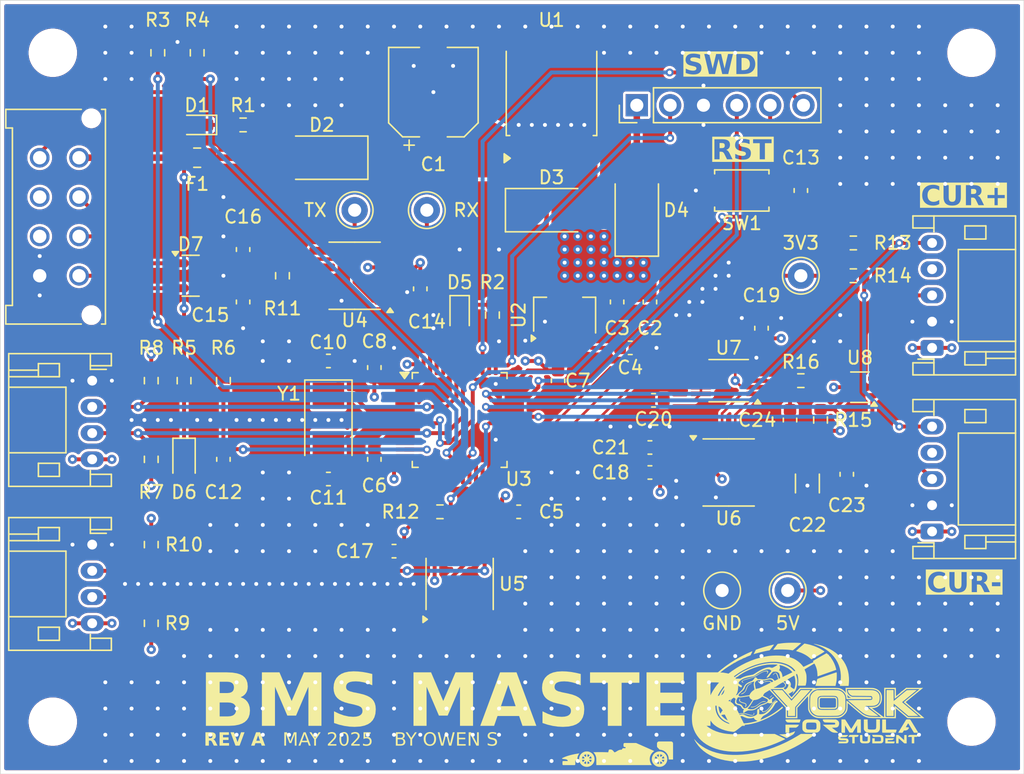
<source format=kicad_pcb>
(kicad_pcb (version 20241229) (generator "pcbnew") (generator_version "9.0")
  (title_block (title "Battery Management System Master") (date "2025-05-04") (rev "${REVISION}") (company "York Formula Student"))
  (layers (0 "F.Cu" signal) (4 "In1.Cu" signal) (6 "In2.Cu" signal) (2 "B.Cu" signal) (5 "F.SilkS" user "F.Silkscreen") (7 "B.SilkS" user "B.Silkscreen") (1 "F.Mask" user) (3 "B.Mask" user) (25 "Edge.Cuts" user))
  (property "REVISION" "A")
  (net 0 "")
  (net 1 "GND")
  (net 2 "Net-(D2-K)")
  (net 3 "+5V")
  (net 4 "+3V3")
  (net 5 "/HSE_IN")
  (net 6 "/HSE_OUT")
  (net 7 "Net-(D6-K)")
  (net 8 "/NRST")
  (net 9 "CANH")
  (net 10 "CANL")
  (net 11 "Net-(U6-NR)")
  (net 12 "Net-(U6-OUTF)")
  (net 13 "Net-(U7-AIN+)")
  (net 14 "+12V")
  (net 15 "Net-(D1-K)")
  (net 16 "Net-(D2-A)")
  (net 17 "Net-(D4-A)")
  (net 18 "Net-(D5-A)")
  (net 19 "Net-(D5-K)")
  (net 22 "SHUTDOWN")
  (net 23 "CHARGE_EN")
  (net 24 "SCL1")
  (net 25 "SDA1")
  (net 26 "SDA2")
  (net 27 "SCL2")
  (net 29 "OC_P")
  (net 30 "CSENSE_P")
  (net 32 "CSENSE_N")
  (net 33 "OC_N")
  (net 34 "/SWDIO")
  (net 35 "/SWCLK")
  (net 36 "EEPROM_WC")
  (net 37 "SW_S")
  (net 38 "Net-(U8-A)")
  (net 39 "CAN_RX")
  (net 40 "CAN_TX")
  (net 47 "/SWO")
  (net 49 "MISO")
  (net 50 "ADC_CS")
  (net 54 "SCK")
  (footprint "MountingHole:MountingHole_3.2mm_M3" (layer "F.Cu") (at 74 85)
    (property "Reference" "H2" (hide yes))
    (property "Value" "MountingHole")
  )
  (footprint "LED_SMD:LED_0603_1608Metric" (layer "F.Cu") (at 85 39.5 180)
    (property "Reference" "D1")
    (property "Value" "LED_Small")
  )
  (footprint "Capacitor_SMD:C_0603_1608Metric" (layer "F.Cu") (at 88.5 49 90)
    (property "Reference" "C16")
    (property "Value" "100p")
  )
  (footprint "Resistor_SMD:R_0603_1608Metric" (layer "F.Cu") (at 135 48.5)
    (property "Reference" "R13")
    (property "Value" "100k")
  )
  (footprint "Crystal:Crystal_SMD_5032-2Pin_5.0x3.2mm" (layer "F.Cu") (at 95 62 -90)
    (property "Reference" "Y1")
    (property "Value" "8M")
  )
  (footprint "Resistor_SMD:R_0603_1608Metric" (layer "F.Cu") (at 135 51)
    (property "Reference" "R14")
    (property "Value" "100k")
  )
  (footprint "Capacitor_SMD:C_0603_1608Metric" (layer "F.Cu") (at 128 55 90)
    (property "Reference" "C19")
    (property "Value" "1u")
  )
  (footprint "Capacitor_SMD:C_0603_1608Metric" (layer "F.Cu") (at 95 66.5 180)
    (property "Reference" "C11")
    (property "Value" "30p")
  )
  (footprint "Capacitor_SMD:C_0603_1608Metric" (layer "F.Cu") (at 112.5 59 -90)
    (property "Reference" "C7")
    (property "Value" "1u")
  )
  (footprint "Resistor_SMD:R_0603_1608Metric" (layer "F.Cu") (at 84 59 -90)
    (property "Reference" "R5")
    (property "Value" "36k")
  )
  (footprint "Resistor_SMD:R_0603_1608Metric" (layer "F.Cu") (at 87 59 90)
    (property "Reference" "R6")
    (property "Value" "10k")
  )
  (footprint "Package_SO:SOIC-8_3.9x4.9mm_P1.27mm" (layer "F.Cu") (at 125.5 66)
    (property "Reference" "U6")
    (property "Value" "MAX6126")
  )
  (footprint "Capacitor_SMD:C_0603_1608Metric" (layer "F.Cu") (at 98.5 58 90)
    (property "Reference" "C8")
    (property "Value" "1u")
  )
  (footprint "Resistor_SMD:R_0603_1608Metric" (layer "F.Cu") (at 132.5 62 -90)
    (property "Reference" "R15")
    (property "Value" "100k")
  )
  (footprint "Package_TO_SOT_SMD:SOT-23" (layer "F.Cu") (at 84.5 51)
    (property "Reference" "D7")
    (property "Value" "PESD2CAN")
  )
  (footprint "Resistor_SMD:R_0603_1608Metric" (layer "F.Cu") (at 81.5 65 90)
    (property "Reference" "R7")
    (property "Value" "3k")
  )
  (footprint "MountingHole:MountingHole_3.2mm_M3" (layer "F.Cu") (at 144 34)
    (property "Reference" "H3" (hide yes))
    (property "Value" "MountingHole")
  )
  (footprint "Resistor_SMD:R_0603_1608Metric" (layer "F.Cu") (at 107.5 54 90)
    (property "Reference" "R2")
    (property "Value" "330")
  )
  (footprint "LED_SMD:LED_0603_1608Metric" (layer "F.Cu") (at 105 54 -90)
    (property "Reference" "D5")
    (property "Value" "LED_Small")
  )
  (footprint "Capacitor_SMD:C_0603_1608Metric" (layer "F.Cu") (at 119.5 53 -90)
    (property "Reference" "C2")
    (property "Value" "1u")
  )
  (footprint "Resistor_SMD:R_0603_1608Metric" (layer "F.Cu") (at 81.5 59 -90)
    (property "Reference" "R8")
    (property "Value" "3k")
  )
  (footprint "Capacitor_SMD:C_0603_1608Metric" (layer "F.Cu") (at 118 56.5)
    (property "Reference" "C4")
    (property "Value" "1u")
  )
  (footprint "Capacitor_SMD:C_0603_1608Metric" (layer "F.Cu") (at 100 72 180)
    (property "Reference" "C17")
    (property "Value" "1u")
  )
  (footprint "Capacitor_SMD:C_0603_1608Metric" (layer "F.Cu") (at 95 57.5)
    (property "Reference" "C10")
    (property "Value" "30p")
  )
  (footprint "TestPoint:TestPoint_Keystone_5000-5004_Miniature" (layer "F.Cu") (at 102.5 46)
    (property "Reference" "TP4" (hide yes))
    (property "Value" "TestPoint")
  )
  (footprint "Capacitor_SMD:C_0603_1608Metric" (layer "F.Cu") (at 88.5 53 -90)
    (property "Reference" "C15")
    (property "Value" "100p")
  )
  (footprint "Resistor_SMD:R_0603_1608Metric" (layer "F.Cu") (at 81.5 77.5 90)
    (property "Reference" "R9")
    (property "Value" "3k")
  )
  (footprint "TestPoint:TestPoint_Keystone_5000-5004_Miniature" (layer "F.Cu") (at 125 75)
    (property "Reference" "TP1" (hide yes))
    (property "Value" "TestPoint")
  )
  (footprint "Resistor_SMD:R_0603_1608Metric" (layer "F.Cu") (at 85 34 90)
    (property "Reference" "R4")
    (property "Value" "100k")
  )
  (footprint "Connector_JST:JST_PH_S5B-PH-K_1x05_P2.00mm_Horizontal" (layer "F.Cu") (at 141 56.5 90)
    (property "Reference" "J4" (hide yes))
    (property "Value" "CSENSE")
  )
  (footprint "Capacitor_SMD:C_0603_1608Metric" (layer "F.Cu") (at 98.5 65 -90)
    (property "Reference" "C6")
    (property "Value" "1u")
  )
  (footprint "Resistor_SMD:R_0603_1608Metric" (layer "F.Cu") (at 82 34 90)
    (property "Reference" "R3")
    (property "Value" "100k")
  )
  (footprint "Diode_SMD:D_SMA" (layer "F.Cu") (at 112 46)
    (property "Reference" "D3")
    (property "Value" "SS34")
  )
  (footprint "Package_SO:SOIC-8_3.9x4.9mm_P1.27mm" (layer "F.Cu") (at 105 74.5 90)
    (property "Reference" "U5")
    (property "Value" "M24C64-R")
  )
  (footprint "Capacitor_SMD:C_0603_1608Metric" (layer "F.Cu") (at 130.175 62 -90)
    (property "Reference" "C24")
    (property "Value" "1u")
  )
  (footprint "TestPoint:TestPoint_Keystone_5000-5004_Miniature" (layer "F.Cu") (at 131 51)
    (property "Reference" "TP3" (hide yes))
    (property "Value" "TestPoint")
  )
  (footprint "LOGO" (layer "F.Cu") (at 131.5 83.5)
    (property "Reference" "G***" (hide yes))
    (property "Value" "LOGO" (hide yes))
  )
  (footprint "Button_Switch_SMD:SW_Push_SPST_NO_Alps_SKRK" (layer "F.Cu") (at 126.5 44.5 180)
    (property "Reference" "SW1")
    (property "Value" "SW_Push")
  )
  (footprint "MountingHole:MountingHole_3.2mm_M3" (layer "F.Cu") (at 74 34)
    (property "Reference" "H1" (hide yes))
    (property "Value" "MountingHole")
  )
  (footprint "MountingHole:MountingHole_3.2mm_M3" (layer "F.Cu") (at 144 85)
    (property "Reference" "H4" (hide yes))
    (property "Value" "MountingHole")
  )
  (footprint "Connector_JST:JST_PH_S5B-PH-K_1x05_P2.00mm_Horizontal" (layer "F.Cu") (at 141 70.5 90)
    (property "Reference" "J5" (hide yes))
    (property "Value" "CSENSE")
  )
  (footprint "Package_SO:MSOP-10_3x3mm_P0.5mm" (layer "F.Cu") (at 125.5 59 180)
    (property "Reference" "U7")
    (property "Value" "MAX11163")
  )
  (footprint "Capacitor_SMD:C_0805_2012Metric" (layer "F.Cu") (at 85 42)
    (property "Reference" "F1")
    (property "Value" "Polyfuse")
  )
  (footprint "TestPoint:TestPoint_Keystone_5000-5004_Miniature" (layer "F.Cu") (at 130 75)
    (property "Reference" "TP2" (hide yes))
    (property "Value" "TestPoint")
  )
  (footprint "Package_TO_SOT_SMD:TO-252-2" (layer "F.Cu") (at 112 37 90)
    (property "Reference" "U1")
    (property "Value" "TPS7B88")
  )
  (footprint "Diode_SMD:D_SMA" (layer "F.Cu") (at 118.5 46 90)
    (property "Reference" "D4")
    (property "Value" "SS34")
  )
  (footprint "Capacitor_SMD:C_0603_1608Metric" (layer "F.Cu") (at 102 52 -90)
    (property "Reference" "C14")
    (property "Value" "1u")
  )
  (footprint "Diode_SMD:D_SOD-323" (layer "F.Cu") (at 84 65 -90)
    (property "Reference" "D6")
    (property "Value" "3V6")
  )
  (footprint "Connector_JST:JST_PH_S4B-PH-K_1x04_P2.00mm_Horizontal" (layer "F.Cu") (at 77 71.5 -90)
    (property "Reference" "J3" (hide yes))
    (property "Value" "I2C")
  )
  (footprint "Package_QFP:LQFP-48_7x7mm_P0.5mm" (layer "F.Cu") (at 105 62)
    (property "Reference" "U3")
    (property "Value" "STM32F103C8Tx")
  )
  (footprint "Capacitor_SMD:C_0603_1608Metric" (layer "F.Cu") (at 117 53 -90)
    (property "Reference" "C3")
    (property "Value" "1u")
  )
  (footprint "Capacitor_SMD:CP_Elec_6.3x7.7" (layer "F.Cu") (at 103 37 90)
    (property "Reference" "C1")
    (property "Value" "22u")
  )
  (footprint "Capacitor_SMD:C_0603_1608Metric" (layer "F.Cu") (at 119.775 60.5 180)
    (property "Reference" "C20")
    (property "Value" "1u")
  )
  (footprint "Capacitor_SMD:C_0603_1608Metric" (layer "F.Cu") (at 134.5 66.14 -90)
    (property "Reference" "C23")
    (property "Value" "100n")
  )
  (footprint "Package_TO_SOT_SMD:SOT-89-3" (layer "F.Cu") (at 113 54 90)
    (property "Reference" "U2")
    (property "Value" "MCP1700x-330xxMB")
  )
  (footprint "Resistor_SMD:R_0603_1608Metric" (layer "F.Cu") (at 88.5 39.5)
    (property "Reference" "R1")
    (property "Value" "10k")
  )
  (footprint "Connector_PinHeader_2.54mm:PinHeader_1x06_P2.54mm_Vertical" (layer "F.Cu") (at 118.5 38 90)
    (property "Reference" "J6" (hide yes))
    (property "Value" "SWD")
  )
  (footprint "Connector_JST:JST_PH_S4B-PH-K_1x04_P2.00mm_Horizontal" (layer "F.Cu") (at 77 59 -90)
    (property "Reference" "J2" (hide yes))
    (property "Value" "I2C")
  )
  (footprint "Capacitor_SMD:C_0603_1608Metric" (layer "F.Cu") (at 109.5 69)
    (property "Reference" "C5")
    (property "Value" "1u")
  )
  (footprint "Resistor_SMD:R_0603_1608Metric" (layer "F.Cu") (at 81.5 71.5 -90)
    (property "Reference" "R10")
    (property "Value" "3k")
  )
  (footprint "TestPoint:TestPoint_Keystone_5000-5004_Miniature" (layer "F.Cu") (at 97 46)
    (property "Reference" "TP5" (hide yes))
    (property "Value" "TestPoint")
  )
  (footprint "Package_TO_SOT_SMD:SOT-363_SC-70-6" (layer "F.Cu") (at 135.5 59.5 180)
    (property "Reference" "U8")
    (property "Value" "741G3157")
  )
  (footprint "Capacitor_SMD:C_1206_3216Metric" (layer "F.Cu") (at 131.5 66.84 -90)
    (property "Reference" "C22")
    (property "Value" "10u")
  )
  (footprint "Capacitor_SMD:C_0603_1608Metric" (layer "F.Cu") (at 119.5 66 180)
    (property "Reference" "C18")
    (property "Value" "1u")
  )
  (footprint "Resistor_SMD:R_0603_1608Metric" (layer "F.Cu") (at 103.5 69 180)
    (property "Reference" "R12")
    (property "Value" "100k")
  )
  (footprint "Diode_SMD:D_SMA" (layer "F.Cu") (at 94.5 42 180)
    (property "Reference" "D2")
    (property "Value" "SS34")
  )
  (footprint "Resistor_SMD:R_0603_1608Metric" (layer "F.Cu") (at 91.5 51 90)
    (property "Reference" "R11")
    (property "Value" "120")
  )
  (footprint "Resistor_SMD:R_0603_1608Metric" (layer "F.Cu") (at 131 59)
    (property "Reference" "R16")
    (property "Value" "1k")
  )
  (footprint "Capacitor_SMD:C_0603_1608Metric" (layer "F.Cu") (at 131 44.5 -90)
    (property "Reference" "C13")
    (property "Value" "100n")
  )
  (footprint "Capacitor_SMD:C_0603_1608Metric" (layer "F.Cu") (at 87 65 -90)
    (property "Reference" "C12")
    (property "Value" "1u")
  )
  (footprint "Connector_Molex:Molex_Micro-Fit_3.0_43045-0812_2x04_P3.00mm_Vertical" (layer "F.Cu") (at 73 51 90)
    (property "Reference" "J1" (hide yes))
    (property "Value" "Conn_01x08")
  )
  (footprint "Capacitor_SMD:C_0603_1608Metric" (layer "F.Cu") (at 119.5 64.095 180)
    (property "Reference" "C21")
    (property "Value" "1u")
  )
  (footprint "Package_SO:SOIC-8_3.9x4.9mm_P1.27mm" (layer "F.Cu") (at 97 51 180)
    (property "Reference" "U4")
    (property "Value" "SN65HVD1050D")
  )
  (gr_poly (pts (xy 121.114605 86.510674) (xy 121.122498 86.511275) (xy 121.130277 86.512263) (xy 121.137932 86.513631) (xy 121.145452 86.515368) (xy 121.15283 86.517463) (xy 121.160053 86.519908) (xy 121.167114 86.522693) (xy 121.174001 86.525808) (xy 121.180705 86.529243) (xy 121.187216 86.532988) (xy 121.193524 86.537034) (xy 121.19962 86.541371) (xy 121.205494 86.54599) (xy 121.211135 86.550879) (xy 121.216534 86.55603) (xy 121.221682 86.561434) (xy 121.226567 86.567079) (xy 121.231181 86.572957) (xy 121.235513 86.579057) (xy 121.239554 86.585371) (xy 121.243294 86.591888) (xy 121.246723 86.598598) (xy 121.249831 86.605492) (xy 121.252608 86.612559) (xy 121.255045 86.619791) (xy 121.257132 86.627178) (xy 121.258858 86.634709) (xy 121.260214 86.642375) (xy 121.261191 86.650166) (xy 121.261777 86.658073) (xy 121.261964 86.666085) (xy 121.261964 87.886644) (xy 120.926559 87.886644) (xy 120.926967 87.87953) (xy 120.927448 87.872359) (xy 120.927668 87.868764) (xy 120.927849 87.865171) (xy 120.927971 87.861584) (xy 120.928016 87.858008) (xy 120.927131 87.822067) (xy 120.924501 87.786581) (xy 120.92017 87.751592) (xy 120.914179 87.717139) (xy 120.906569 87.683266) (xy 120.897383 87.650012) (xy 120.886663 87.617421) (xy 120.874449 87.585532) (xy 120.860785 87.554387) (xy 120.845711 87.524028) (xy 120.829269 87.494496) (xy 120.811502 87.465833) (xy 120.792451 87.438079) (xy 120.772158 87.411275) (xy 120.750664 87.385465) (xy 120.728012 87.360688) (xy 120.704243 87.336986) (xy 120.679399 87.314401) (xy 120.653522 87.292973) (xy 120.626654 87.272744) (xy 120.598836 87.253756) (xy 120.57011 87.23605) (xy 120.540518 87.219667) (xy 120.510102 87.204648) (xy 120.478904 87.191036) (xy 120.446964 87.17887) (xy 120.414326 87.168193) (xy 120.381031 87.159046) (xy 120.347121 87.151471) (xy 120.312637 87.145508) (xy 120.277622 87.141199) (xy 120.242116 87.138585) (xy 120.083073 86.979627) (xy 120.077757 86.974041) (xy 120.072747 86.968223) (xy 120.068047 86.962186) (xy 120.063661 86.955942) (xy 120.059597 86.949506) (xy 120.055858 86.94289) (xy 120.05245 86.936107) (xy 120.049378 86.929171) (xy 120.046648 86.922094) (xy 120.044265 86.914889) (xy 120.042234 86.907569) (xy 120.040561 86.900149) (xy 120.03925 86.892639) (xy 120.038307 86.885055) (xy 120.037737 86.877408) (xy 120.037546 86.869712) (xy 120.037546 86.665999) (xy 120.037749 86.657995) (xy 120.038349 86.650095) (xy 120.039338 86.642311) (xy 120.040706 86.634651) (xy 120.042442 86.627126) (xy 120.044538 86.619745) (xy 120.046983 86.612518) (xy 120.049768 86.605455) (xy 120.052883 86.598566) (xy 120.056318 86.59186) (xy 120.060063 86.585347) (xy 120.064109 86.579037) (xy 120.068446 86.572939) (xy 120.073064 86.567064) (xy 120.077954 86.561421) (xy 120.083105 86.55602) (xy 120.088509 86.55087) (xy 120.094154 86.545982) (xy 120.100032 86.541366) (xy 120.106133 86.53703) (xy 120.112446 86.532985) (xy 120.118963 86.52924) (xy 120.125673 86.525806) (xy 120.132567 86.522692) (xy 120.139634 86.519908) (xy 120.146866 86.517463) (xy 120.154253 86.515367) (xy 120.161784 86.513631) (xy 120.16945 86.512263) (xy 120.177241 86.511275) (xy 120.185148 86.510674) (xy 120.19316 86.510472) (xy 121.106608 86.510472)) (stroke (width -0.000001)) (fill yes) (layer "F.SilkS"))
  (gr_poly (pts (xy 114.721007 87.270186) (xy 114.750918 87.272458) (xy 114.780395 87.276199) (xy 114.8094 87.281373) (xy 114.837897 87.287943) (xy 114.865847 87.295871) (xy 114.893215 87.305122) (xy 114.919962 87.315657) (xy 114.946053 87.327441) (xy 114.971451 87.340435) (xy 114.996117 87.354604) (xy 115.020015 87.369911) (xy 115.043109 87.386318) (xy 115.06536 87.403789) (xy 115.086733 87.422287) (xy 115.107189 87.441774) (xy 115.126693 87.462215) (xy 115.145206 87.483571) (xy 115.162693 87.505807) (xy 115.179115 87.528885) (xy 115.194437 87.552769) (xy 115.20862 87.577421) (xy 115.221628 87.602805) (xy 115.233424 87.628883) (xy 115.243971 87.655619) (xy 115.253232 87.682977) (xy 115.26117 87.710918) (xy 115.267747 87.739406) (xy 115.272927 87.768405) (xy 115.276673 87.797877) (xy 115.278948 87.827786) (xy 115.279715 87.858094) (xy 115.279664 87.86442) (xy 115.279518 87.870731) (xy 115.279285 87.877028) (xy 115.278975 87.883312) (xy 115.278159 87.895844) (xy 115.277142 87.908336) (xy 115.27408 87.936418) (xy 115.269722 87.964088) (xy 115.264098 87.991315) (xy 115.25724 88.018068) (xy 115.249179 88.044314) (xy 115.239946 88.070022) (xy 115.229572 88.095162) (xy 115.218089 88.119701) (xy 115.205528 88.143608) (xy 115.19192 88.166851) (xy 115.177296 88.1894) (xy 115.161688 88.211222) (xy 115.145126 88.232287) (xy 115.127641 88.252562) (xy 115.109266 88.272016) (xy 115.090031 88.290619) (xy 115.069967 88.308337) (xy 115.049106 88.325141) (xy 115.027478 88.340997) (xy 115.005116 88.355876) (xy 114.982049 88.369745) (xy 114.95831 88.382574) (xy 114.93393 88.39433) (xy 114.908939 88.404982) (xy 114.883369 88.414498) (xy 114.857251 88.422848) (xy 114.830616 88.43) (xy 114.803496 88.435922) (xy 114.775921 88.440582) (xy 114.747923 88.44395) (xy 114.719534 88.445994) (xy 114.690783 88.446682) (xy 114.662827 88.44603) (xy 114.635209 88.444092) (xy 114.607959 88.440897) (xy 114.581105 88.436474) (xy 114.554676 88.430853) (xy 114.528702 88.424062) (xy 114.503211 88.416131) (xy 114.478232 88.407088) (xy 114.453794 88.396962) (xy 114.429925 88.385783) (xy 114.406655 88.373579) (xy 114.384012 88.360379) (xy 114.362026 88.346214) (xy 114.340724 88.33111) (xy 114.320137 88.315098) (xy 114.300292 88.298206) (xy 114.281219 88.280464) (xy 114.262946 88.261901) (xy 114.245503 88.242545) (xy 114.228918 88.222425) (xy 114.21322 88.201571) (xy 114.198438 88.180012) (xy 114.1846 88.157776) (xy 114.181981 88.153117) (xy 114.469152 88.153117) (xy 114.478437 88.159876) (xy 114.48793 88.166354) (xy 114.497625 88.172546) (xy 114.507518 88.178443) (xy 114.517604 88.184039) (xy 114.527876 88.189328) (xy 114.538331 88.194302) (xy 114.548963 88.198954) (xy 114.559766 88.203278) (xy 114.570737 88.207266) (xy 114.581868 88.210912) (xy 114.593156 88.214209) (xy 114.604596 88.217149) (xy 114.616181 88.219727) (xy 114.627907 88.221934) (xy 114.63977 88.223765) (xy 114.63977 88.054004) (xy 114.741712 88.054004) (xy 114.741712 88.223765) (xy 114.753619 88.221936) (xy 114.765385 88.219734) (xy 114.777004 88.217164) (xy 114.788473 88.214233) (xy 114.799786 88.210947) (xy 114.810939 88.207312) (xy 114.821926 88.203334) (xy 114.832743 88.199019) (xy 114.843386 88.194373) (xy 114.853848 88.189404) (xy 114.864127 88.184116) (xy 114.874216 88.178515) (xy 114.884112 88.172609) (xy 114.893808 88.166404) (xy 114.903301 88.159904) (xy 114.912586 88.153117) (xy 114.792983 88.033085) (xy 114.786946 88.036466) (xy 114.7808 88.039609) (xy 114.774545 88.042522) (xy 114.768183 88.045216) (xy 114.761717 88.047702) (xy 114.755148 88.049988) (xy 114.748479 88.052086) (xy 114.741712 88.054004) (xy 114.63977 88.054004) (xy 114.63977 88.053833) (xy 114.633076 88.051996) (xy 114.626447 88.049955) (xy 114.619895 88.047707) (xy 114.613437 88.045249) (xy 114.607088 88.042577) (xy 114.600862 88.03969) (xy 114.594775 88.036584) (xy 114.591788 88.034948) (xy 114.588841 88.033256) (xy 114.469152 88.153117) (xy 114.181981 88.153117) (xy 114.171737 88.134893) (xy 114.159875 88.111391) (xy 114.149045 88.0873) (xy 114.139276 88.062648) (xy 114.130595 88.037465) (xy 114.123032 88.01178) (xy 114.116616 87.985621) (xy 114.111376 87.959018) (xy 114.10734 87.932) (xy 114.106176 87.922913) (xy 114.105135 87.913785) (xy 114.104756 87.909965) (xy 114.324856 87.909965) (xy 114.326734 87.921879) (xy 114.328987 87.933664) (xy 114.331609 87.945314) (xy 114.334594 87.956821) (xy 114.337935 87.968179) (xy 114.341625 87.979383) (xy 114.345659 87.990424) (xy 114.35003 88.001297) (xy 114.354732 88.011996) (xy 114.359758 88.022513) (xy 114.365101 88.032842) (xy 114.370756 88.042976) (xy 114.376716 88.05291) (xy 114.382974 88.062637) (xy 114.389525 88.072149) (xy 114.396361 88.081441) (xy 114.516736 87.961236) (xy 114.516638 87.961065) (xy 114.865088 87.961065) (xy 114.985721 88.081783) (xy 114.992558 88.072488) (xy 114.999084 88.062965) (xy 115.005294 88.053221) (xy 115.011186 88.043266) (xy 115.016757 88.033105) (xy 115.022004 88.022747) (xy 115.026925 88.012199) (xy 115.031515 88.001469) (xy 115.035773 87.990564) (xy 115.039696 87.979491) (xy 115.04328 87.968259) (xy 115.046523 87.956874) (xy 115.049422 87.945345) (xy 115.051974 87.933679) (xy 115.054176 87.921883) (xy 115.056025 87.909965) (xy 114.886951 87.909965) (xy 114.886001 87.913388) (xy 114.884985 87.916778) (xy 114.883905 87.920135) (xy 114.882763 87.923459) (xy 114.880305 87.930014) (xy 114.877627 87.936447) (xy 114.874748 87.942764) (xy 114.871687 87.948969) (xy 114.868461 87.955068) (xy 114.865088 87.961065) (xy 114.516638 87.961065) (xy 114.513283 87.9552) (xy 114.51006 87.949054) (xy 114.507061 87.942799) (xy 114.504283 87.936437) (xy 114.501722 87.929971) (xy 114.499375 87.923402) (xy 114.497236 87.916733) (xy 114.495302 87.909965) (xy 114.324856 87.909965) (xy 114.104756 87.909965) (xy 114.104226 87.904614) (xy 114.10346 87.895401) (xy 114.102847 87.886143) (xy 114.102396 87.87684) (xy 114.102119 87.867491) (xy 114.102024 87.858094) (xy 114.10279 87.827779) (xy 114.104292 87.808024) (xy 114.32537 87.808024) (xy 114.494702 87.808024) (xy 114.495588 87.804594) (xy 114.49654 87.801188) (xy 114.497558 87.797805) (xy 114.49864 87.794445) (xy 114.500989 87.787798) (xy 114.503576 87.781252) (xy 114.506387 87.77481) (xy 114.509411 87.768477) (xy 114.512636 87.762257) (xy 114.516003 87.756238) (xy 114.865774 87.756238) (xy 114.869156 87.762314) (xy 114.87235 87.768515) (xy 114.875345 87.774836) (xy 114.878131 87.781273) (xy 114.880695 87.787824) (xy 114.883027 87.794482) (xy 114.885116 87.801246) (xy 114.886951 87.808109) (xy 114.886951 87.808195) (xy 115.056368 87.808195) (xy 115.054544 87.796208) (xy 115.052355 87.784365) (xy 115.049805 87.772669) (xy 115.046898 87.761126) (xy 115.043639 87.749741) (xy 115.040033 87.738517) (xy 115.036083 87.72746) (xy 115.031794 87.716574) (xy 115.02717 87.705863) (xy 115.022216 87.695334) (xy 115.016937 87.684989) (xy 115.011336 87.674834) (xy 115.005418 87.664874) (xy 114.999188 87.655112) (xy 114.992649 87.645555) (xy 114.985806 87.636205) (xy 114.865774 87.756238) (xy 114.516003 87.756238) (xy 114.51605 87.756153) (xy 114.395846 87.63612) (xy 114.389033 87.645483) (xy 114.382518 87.655051) (xy 114.376306 87.664819) (xy 114.370402 87.674783) (xy 114.364812 87.684939) (xy 114.359539 87.695281) (xy 114.354589 87.705806) (xy 114.349966 87.716509) (xy 114.345676 87.727386) (xy 114.341724 87.738433) (xy 114.338114 87.749644) (xy 114.334851 87.761017) (xy 114.33194 87.772545) (xy 114.329387 87.784225) (xy 114.327195 87.796053) (xy 114.32537 87.808024) (xy 114.104292 87.808024) (xy 114.105065 87.797863) (xy 114.108811 87.768385) (xy 114.113991 87.739382) (xy 114.120567 87.710889) (xy 114.128504 87.682945) (xy 114.137764 87.655585) (xy 114.148309 87.628847) (xy 114.160103 87.602767) (xy 114.173108 87.577383) (xy 114.180797 87.564014) (xy 114.468123 87.564014) (xy 114.587813 87.683876) (xy 114.593945 87.680433) (xy 114.600187 87.677181) (xy 114.606535 87.674129) (xy 114.612987 87.671283) (xy 114.61954 87.668649) (xy 114.626189 87.666236) (xy 114.632934 87.66405) (xy 114.63977 87.662098) (xy 114.639855 87.492852) (xy 114.741712 87.492852) (xy 114.741797 87.662098) (xy 114.748697 87.66405) (xy 114.755502 87.666236) (xy 114.762207 87.66865) (xy 114.768805 87.671283) (xy 114.77529 87.674129) (xy 114.781657 87.677181) (xy 114.7879 87.680433) (xy 114.794011 87.683876) (xy 114.913787 87.5641) (xy 114.904452 87.557209) (xy 114.894904 87.550623) (xy 114.88515 87.544344) (xy 114.875193 87.538379) (xy 114.865038 87.532731) (xy 114.854692 87.527405) (xy 114.844157 87.522406) (xy 114.83344 87.517738) (xy 114.822545 87.513405) (xy 114.811477 87.509412) (xy 114.800241 87.505764) (xy 114.788842 87.502466) (xy 114.777284 87.499521) (xy 114.765574 87.496934) (xy 114.753714 87.494709) (xy 114.741712 87.492852) (xy 114.639855 87.492852) (xy 114.627912 87.494708) (xy 114.616103 87.49693) (xy 114.604434 87.499513) (xy 114.592911 87.502452) (xy 114.58154 87.505745) (xy 114.570326 87.509385) (xy 114.559276 87.51337) (xy 114.548395 87.517695) (xy 114.537688 87.522355) (xy 114.527162 87.527347) (xy 114.516823 87.532665) (xy 114.506675 87.538307) (xy 114.496726 87.544267) (xy 114.48698 87.550541) (xy 114.477444 87.557125) (xy 114.468123 87.564014) (xy 114.180797 87.564014) (xy 114.187288 87.552731) (xy 114.202605 87.528848) (xy 114.219023 87.50577) (xy 114.236503 87.483536) (xy 114.25501 87.462181) (xy 114.274506 87.441742) (xy 114.294954 87.422257) (xy 114.316317 87.403761) (xy 114.338558 87.386293) (xy 114.36164 87.369888) (xy 114.385525 87.354585) (xy 114.410176 87.340418) (xy 114.435558 87.327426) (xy 114.461631 87.315645) (xy 114.48836 87.305112) (xy 114.515707 87.295864) (xy 114.543636 87.287937) (xy 114.572108 87.28137) (xy 114.601088 87.276197) (xy 114.630537 87.272457) (xy 114.66042 87.270186) (xy 114.690698 87.26942)) (stroke (width -0.000001)) (fill yes) (layer "F.SilkS"))
  (gr_poly (pts (xy 114.102712 87.442223) (xy 114.086469 87.466094) (xy 114.071157 87.490619) (xy 114.056803 87.515775) (xy 114.043435 87.541537) (xy 114.031083 87.567881) (xy 114.019773 87.594783) (xy 114.009534 87.622219) (xy 114.000395 87.650165) (xy 113.992383 87.678595) (xy 113.985526 87.707486) (xy 113.979853 87.736814) (xy 113.975392 87.766555) (xy 113.97217 87.796683) (xy 113.970217 87.827176) (xy 113.969559 87.858008) (xy 113.96966 87.868812) (xy 113.96996 87.879749) (xy 113.970459 87.890826) (xy 113.971156 87.902045) (xy 113.97205 87.913414) (xy 113.97314 87.924936) (xy 113.974425 87.936617) (xy 113.975904 87.948462) (xy 113.976187 87.950501) (xy 113.976513 87.952508) (xy 113.977244 87.956457) (xy 113.97799 87.960374) (xy 113.978336 87.962341) (xy 113.978648 87.964323) (xy 113.81386 87.964323) (xy 113.81386 88.251887) (xy 113.813779 88.255106) (xy 113.813538 88.258283) (xy 113.813141 88.261413) (xy 113.812592 88.264493) (xy 113.811894 88.267518) (xy 113.811053 88.270485) (xy 113.810071 88.273391) (xy 113.808953 88.27623) (xy 113.807702 88.278999) (xy 113.806323 88.281694) (xy 113.804819 88.284311) (xy 113.803194 88.286847) (xy 113.801453 88.289297) (xy 113.799598 88.291658) (xy 113.797635 88.293925) (xy 113.795566 88.296095) (xy 113.793396 88.298164) (xy 113.791129 88.300128) (xy 113.788768 88.301982) (xy 113.786318 88.303724) (xy 113.783782 88.305348) (xy 113.781164 88.306852) (xy 113.778469 88.308232) (xy 113.7757 88.309482) (xy 113.772861 88.310601) (xy 113.769956 88.311582) (xy 113.766989 88.312424) (xy 113.763963 88.313121) (xy 113.760884 88.31367) (xy 113.757753 88.314067) (xy 113.754577 88.314308) (xy 113.751357 88.31439) (xy 112.89664 88.31439) (xy 112.893421 88.314308) (xy 112.890245 88.314066) (xy 112.887116 88.313668) (xy 112.884038 88.313118) (xy 112.881014 88.312419) (xy 112.878049 88.311575) (xy 112.875147 88.310591) (xy 112.872311 88.30947) (xy 112.869545 88.308217) (xy 112.866853 88.306835) (xy 112.864239 88.305329) (xy 112.861707 88.303701) (xy 112.85926 88.301957) (xy 112.856904 88.3001) (xy 112.85464 88.298134) (xy 112.852474 88.296063) (xy 112.85041 88.293891) (xy 112.84845 88.291622) (xy 112.8466 88.289261) (xy 112.844862 88.286809) (xy 112.843241 88.284273) (xy 112.84174 88.281656) (xy 112.840364 88.278961) (xy 112.839117 88.276193) (xy 112.838002 88.273356) (xy 112.837022 88.270454) (xy 112.836183 88.26749) (xy 112.835488 88.264468) (xy 112.83494 88.261393) (xy 112.834544 88.258269) (xy 112.834304 88.255099) (xy 112.834223 88.251887) (xy 112.834223 88.065665) (xy 112.834304 88.062446) (xy 112.834545 88.05927) (xy 112.834942 88.056141) (xy 112.835491 88.053063) (xy 112.836188 88.050039) (xy 112.83703 88.047074) (xy 112.838011 88.044172) (xy 112.839129 88.041336) (xy 112.840379 88.03857) (xy 112.841758 88.035878) (xy 112.843261 88.033264) (xy 112.844884 88.030732) (xy 112.846625 88.028285) (xy 112.848478 88.025929) (xy 112.85044 88.023665) (xy 112.852507 88.021499) (xy 112.854674 88.019435) (xy 112.856939 88.017475) (xy 112.859297 88.015624) (xy 112.861745 88.013887) (xy 112.864277 88.012266) (xy 112.866891 88.010765) (xy 112.869582 88.009389) (xy 112.872347 88.008142) (xy 112.875181 88.007026) (xy 112.878081 88.006047) (xy 112.881043 88.005208) (xy 112.884062 88.004513) (xy 112.887136 88.003965) (xy 112.890259 88.003569) (xy 112.893429 88.003329) (xy 112.89664 88.003248) (xy 113.238476 88.003248) (xy 113.237204 87.984609) (xy 113.233499 87.967679) (xy 113.227523 87.952364) (xy 113.219436 87.938572) (xy 113.209403 87.92621) (xy 113.197585 87.915185) (xy 113.184144 87.905404) (xy 113.169242 87.896774) (xy 113.153043 87.889202) (xy 113.135708 87.882595) (xy 113.117399 87.87686) (xy 113.098279 87.871905) (xy 113.058253 87.863961) (xy 113.01693 87.858019) (xy 112.935581 87.849169) (xy 112.898152 87.844774) (xy 112.864617 87.839407) (xy 112.836275 87.832326) (xy 112.824456 87.827911) (xy 112.814423 87.822788) (xy 112.806337 87.816864) (xy 112.80036 87.810047) (xy 112.796655 87.802244) (xy 112.795384 87.793362) (xy 112.861948 87.758593) (xy 112.931502 87.725538) (xy 113.003869 87.694155) (xy 113.07887 87.664401) (xy 113.156329 87.636234) (xy 113.236068 87.609612) (xy 113.401677 87.560831) (xy 113.574279 87.517722) (xy 113.752456 87.479945) (xy 113.934788 87.447161) (xy 114.119857 87.419032)) (stroke (width -0.000001)) (fill yes) (layer "F.SilkS"))
  (gr_poly (pts (xy 119.83452 87.241556) (xy 119.796209 87.266419) (xy 119.759603 87.293581) (xy 119.724809 87.32294) (xy 119.691931 87.354394) (xy 119.661075 87.38784) (xy 119.632348 87.423177) (xy 119.605855 87.460301) (xy 119.581702 87.499111) (xy 119.559994 87.539504) (xy 119.540838 87.581379) (xy 119.524338 87.624633) (xy 119.510602 87.669163) (xy 119.499733 87.714868) (xy 119.491839 87.761646) (xy 119.487026 87.809393) (xy 119.485397 87.858008) (xy 119.485501 87.868812) (xy 119.485809 87.879752) (xy 119.486315 87.890835) (xy 119.487016 87.902067) (xy 119.487905 87.913455) (xy 119.488978 87.925008) (xy 119.490231 87.936731) (xy 119.491657 87.948632) (xy 119.495377 87.974482) (xy 119.5 88) (xy 119.505507 88.025171) (xy 119.511881 88.049982) (xy 119.519103 88.074419) (xy 119.527156 88.098466) (xy 119.536022 88.12211) (xy 119.545682 88.145336) (xy 119.556118 88.16813) (xy 119.567314 88.190478) (xy 119.57925 88.212365) (xy 119.591909 88.233777) (xy 119.605273 88.254699) (xy 119.619324 88.275119) (xy 119.634043 88.29502) (xy 119.649414 88.314389) (xy 115.415437 88.314389) (xy 115.412094 87.858265) (xy 115.411059 87.819518) (xy 115.40799 87.781309) (xy 115.402941 87.743691) (xy 115.395967 87.706712) (xy 115.387121 87.670424) (xy 115.376457 87.634877) (xy 115.364029 87.600123) (xy 115.349891 87.566211) (xy 115.334098 87.533192) (xy 115.316702 87.501117) (xy 115.297759 87.470037) (xy 115.277322 87.440001) (xy 115.255446 87.411061) (xy 115.232183 87.383268) (xy 115.207589 87.356671) (xy 115.181717 87.331322) (xy 115.414788 87.324944) (xy 115.629926 87.322477) (xy 115.82308 87.322978) (xy 115.9902 87.325503) (xy 116.127234 87.32911) (xy 116.230131 87.332854) (xy 116.31731 87.336981) (xy 116.371753 87.140299) (xy 116.382883 87.136747) (xy 116.39395 87.133602) (xy 116.404938 87.130845) (xy 116.415833 87.128457) (xy 116.42662 87.126418) (xy 116.437282 87.12471) (xy 116.447807 87.123313) (xy 116.458177 87.122209) (xy 116.475061 87.121174) (xy 116.491863 87.121177) (xy 116.50854 87.122199) (xy 116.525049 87.124224) (xy 116.541349 87.127233) (xy 116.557396 87.131209) (xy 116.573147 87.136135) (xy 116.588562 87.141993) (xy 116.603597 87.148765) (xy 116.61821 87.156433) (xy 116.632357 87.164981) (xy 116.645998 87.174391) (xy 116.659089 87.184644) (xy 116.671589 87.195724) (xy 116.683453 87.207613) (xy 116.694641 87.220293) (xy 116.79161 87.336981) (xy 116.805058 87.336351) (xy 116.818494 87.334517) (xy 116.831947 87.331564) (xy 116.845446 87.327577) (xy 116.872697 87.31684) (xy 116.900478 87.302982) (xy 116.929019 87.286684) (xy 116.958552 87.268624) (xy 117.021515 87.229927) (xy 117.055407 87.210649) (xy 117.091214 87.19232) (xy 117.129166 87.175621) (xy 117.169495 87.161229) (xy 117.190623 87.15511) (xy 117.212432 87.149822) (xy 117.23495 87.145451) (xy 117.258206 87.14208) (xy 117.282229 87.139794) (xy 117.307049 87.138679) (xy 117.332694 87.13882) (xy 117.359192 87.1403) (xy 117.371796 87.102661) (xy 117.375038 87.094003) (xy 117.37892 87.085729) (xy 117.383409 87.077863) (xy 117.388469 87.070429) (xy 117.394068 87.063451) (xy 117.400169 87.056954) (xy 117.406739 87.05096) (xy 117.413743 87.045496) (xy 117.421147 87.040583) (xy 117.428917 87.036248) (xy 117.437018 87.032513) (xy 117.445415 87.029404) (xy 117.454075 87.026943) (xy 117.462962 87.025156) (xy 117.472043 87.024066) (xy 117.481283 87.023697) (xy 117.639126 87.023697) (xy 117.639126 86.938216) (xy 117.577394 86.938216) (xy 117.572562 86.938094) (xy 117.567793 86.937731) (xy 117.563094 86.937133) (xy 117.558471 86.936306) (xy 117.55393 86.935257) (xy 117.549477 86.93399) (xy 117.545116 86.932512) (xy 117.540855 86.93083) (xy 117.5367 86.928948) (xy 117.532655 86.926872) (xy 117.528727 86.92461) (xy 117.524922 86.922166) (xy 117.521245 86.919546) (xy 117.517702 86.916757) (xy 117.5143 86.913805) (xy 117.511044 86.910695) (xy 117.50794 86.907433) (xy 117.504994 86.904025) (xy 117.502211 86.900478) (xy 117.499598 86.896796) (xy 117.497161 86.892987) (xy 117.494904 86.889055) (xy 117.492835 86.885008) (xy 117.490959 86.88085) (xy 117.489281 86.876588) (xy 117.487809 86.872228) (xy 117.486546 86.867775) (xy 117.4855 86.863236) (xy 117.484677 86.858616) (xy 117.484081 86.853922) (xy 117.483719 86.849159) (xy 117.483598 86.844334) (xy 117.483598 86.721043) (xy 117.48372 86.71621) (xy 117.484082 86.711441) (xy 117.484679 86.706741) (xy 117.485504 86.702117) (xy 117.486552 86.697573) (xy 117.487816 86.693118) (xy 117.489291 86.688755) (xy 117.490971 86.684491) (xy 117.49285 86.680332) (xy 117.494922 86.676284) (xy 117.497181 86.672352) (xy 117.499621 86.668543) (xy 117.502237 86.664863) (xy 117.505022 86.661316) (xy 117.50797 86.65791) (xy 117.511076 86.65465) (xy 117.514334 86.651542) (xy 117.517738 86.648592) (xy 117.521282 86.645805) (xy 117.524959 86.643189) (xy 117.528765 86.640747) (xy 117.532693 86.638487) (xy 117.536737 86.636415) (xy 117.540892 86.634535) (xy 117.545151 86.632855) (xy 117.549508 86.631379) (xy 117.553959 86.630115) (xy 117.558496 86.629067) (xy 117.563114 86.628242) (xy 117.567807 86.627645) (xy 117.572569 86.627283) (xy 117.577394 86.627161) (xy 118.447544 86.627161)) (stroke (width -0.000001)) (fill yes) (layer "F.SilkS"))
  (gr_poly (pts (xy 120.262573 87.270186) (xy 120.292491 87.272458) (xy 120.321972 87.276199) (xy 120.350981 87.281373) (xy 120.379479 87.287943) (xy 120.407431 87.295871) (xy 120.434799 87.305122) (xy 120.461546 87.315657) (xy 120.487636 87.327441) (xy 120.513031 87.340435) (xy 120.537694 87.354604) (xy 120.56159 87.369911) (xy 120.58468 87.386318) (xy 120.606927 87.403789) (xy 120.628296 87.422287) (xy 120.648748 87.441774) (xy 120.668248 87.462215) (xy 120.686758 87.483571) (xy 120.70424 87.505807) (xy 120.720659 87.528885) (xy 120.735978 87.552769) (xy 120.750159 87.577421) (xy 120.763165 87.602805) (xy 120.774959 87.628883) (xy 120.785506 87.655619) (xy 120.794767 87.682977) (xy 120.802706 87.710918) (xy 120.809285 87.739406) (xy 120.814469 87.768405) (xy 120.818219 87.797877) (xy 120.8205 87.827786) (xy 120.821274 87.858094) (xy 120.821231 87.86442) (xy 120.821104 87.870731) (xy 120.820898 87.877028) (xy 120.82062 87.883312) (xy 120.819863 87.895844) (xy 120.818873 87.908336) (xy 120.815803 87.936418) (xy 120.811437 87.964088) (xy 120.805806 87.991315) (xy 120.798942 88.018068) (xy 120.790875 88.044314) (xy 120.781636 88.070022) (xy 120.771258 88.095162) (xy 120.75977 88.119701) (xy 120.747205 88.143608) (xy 120.733592 88.166851) (xy 120.718965 88.1894) (xy 120.703353 88.211222) (xy 120.686788 88.232287) (xy 120.669301 88.252562) (xy 120.650923 88.272016) (xy 120.631686 88.290619) (xy 120.61162 88.308337) (xy 120.590758 88.325141) (xy 120.569129 88.340997) (xy 120.546765 88.355876) (xy 120.523697 88.369745) (xy 120.499957 88.382574) (xy 120.475576 88.39433) (xy 120.450584 88.404982) (xy 120.425014 88.414498) (xy 120.398896 88.422848) (xy 120.372261 88.43) (xy 120.34514 88.435922) (xy 120.317566 88.440582) (xy 120.289568 88.44395) (xy 120.261178 88.445994) (xy 120.232428 88.446682) (xy 120.204471 88.44603) (xy 120.176852 88.444092) (xy 120.149601 88.440897) (xy 120.122746 88.436474) (xy 120.096315 88.430853) (xy 120.070339 88.424062) (xy 120.044845 88.416131) (xy 120.019863 88.407088) (xy 119.995422 88.396962) (xy 119.97155 88.385783) (xy 119.948276 88.373579) (xy 119.92563 88.360379) (xy 119.903639 88.346214) (xy 119.882334 88.33111) (xy 119.861742 88.315098) (xy 119.841894 88.298206) (xy 119.822817 88.280464) (xy 119.80454 88.261901) (xy 119.787093 88.242545) (xy 119.770504 88.222425) (xy 119.754802 88.201571) (xy 119.740016 88.180012) (xy 119.726176 88.157776) (xy 119.723556 88.153117) (xy 120.010712 88.153117) (xy 120.019983 88.159876) (xy 120.029465 88.166354) (xy 120.039153 88.172546) (xy 120.049042 88.178443) (xy 120.059125 88.184039) (xy 120.069398 88.189328) (xy 120.079855 88.194302) (xy 120.09049 88.198954) (xy 120.101298 88.203278) (xy 120.112274 88.207266) (xy 120.123411 88.210912) (xy 120.134704 88.214209) (xy 120.146148 88.217149) (xy 120.157737 88.219727) (xy 120.169466 88.221934) (xy 120.181329 88.223765) (xy 120.181415 88.223765) (xy 120.181415 88.054004) (xy 120.28327 88.054004) (xy 120.28327 88.223765) (xy 120.295179 88.221936) (xy 120.306948 88.219734) (xy 120.318572 88.217164) (xy 120.330047 88.214233) (xy 120.341368 88.210947) (xy 120.35253 88.207312) (xy 120.363527 88.203334) (xy 120.374356 88.199019) (xy 120.385011 88.194373) (xy 120.395487 88.189404) (xy 120.40578 88.184116) (xy 120.415884 88.178515) (xy 120.425795 88.172609) (xy 120.435507 88.166404) (xy 120.445016 88.159904) (xy 120.454317 88.153117) (xy 120.334627 88.033085) (xy 120.328563 88.036466) (xy 120.322395 88.039609) (xy 120.316124 88.042522) (xy 120.309753 88.045216) (xy 120.30328 88.047702) (xy 120.296708 88.049988) (xy 120.290038 88.052086) (xy 120.28327 88.054004) (xy 120.181415 88.054004) (xy 120.174722 88.052139) (xy 120.168091 88.050078) (xy 120.161537 88.047818) (xy 120.155072 88.045356) (xy 120.148713 88.042688) (xy 120.142472 88.039813) (xy 120.136363 88.036727) (xy 120.130402 88.033427) (xy 120.010712 88.153117) (xy 119.723556 88.153117) (xy 119.713309 88.134893) (xy 119.701445 88.111391) (xy 119.690612 88.0873) (xy 119.68084 88.062648) (xy 119.672158 88.037465) (xy 119.664593 88.01178) (xy 119.658176 87.985621) (xy 119.652935 87.959018) (xy 119.648898 87.932) (xy 119.647735 87.922913) (xy 119.646694 87.913785) (xy 119.646315 87.909965) (xy 119.866415 87.909965) (xy 119.868293 87.921879) (xy 119.870546 87.933664) (xy 119.873168 87.945314) (xy 119.876153 87.956821) (xy 119.879494 87.968179) (xy 119.883185 87.979383) (xy 119.887219 87.990424) (xy 119.89159 88.001297) (xy 119.896291 88.011996) (xy 119.901317 88.022513) (xy 119.90666 88.032842) (xy 119.912315 88.042976) (xy 119.918275 88.05291) (xy 119.924533 88.062637) (xy 119.931084 88.072149) (xy 119.93792 88.081441) (xy 120.058295 87.961236) (xy 120.058197 87.961065) (xy 120.406647 87.961065) (xy 120.527365 88.081783) (xy 120.534187 88.072488) (xy 120.540697 88.062965) (xy 120.546892 88.053221) (xy 120.55277 88.043266) (xy 120.558329 88.033105) (xy 120.563566 88.022747) (xy 120.568478 88.012199) (xy 120.573063 88.001469) (xy 120.577319 87.990564) (xy 120.581243 87.979491) (xy 120.584832 87.968259) (xy 120.588084 87.956874) (xy 120.590996 87.945345) (xy 120.593566 87.933679) (xy 120.595791 87.921883) (xy 120.59767 87.909965) (xy 120.428596 87.909965) (xy 120.427645 87.913388) (xy 120.426626 87.916778) (xy 120.425542 87.920135) (xy 120.424395 87.923459) (xy 120.421922 87.930014) (xy 120.419229 87.936447) (xy 120.416335 87.942764) (xy 120.41326 87.948969) (xy 120.410024 87.955068) (xy 120.406647 87.961065) (xy 120.058197 87.961065) (xy 120.054842 87.9552) (xy 120.051618 87.949054) (xy 120.04862 87.942799) (xy 120.045842 87.936437) (xy 120.043281 87.929971) (xy 120.040934 87.923402) (xy 120.038795 87.916733) (xy 120.036861 87.909965) (xy 119.866415 87.909965) (xy 119.646315 87.909965) (xy 119.645785 87.904614) (xy 119.645019 87.895401) (xy 119.644406 87.886143) (xy 119.643955 87.87684) (xy 119.643678 87.867491) (xy 119.643583 87.858094) (xy 119.644349 87.827779) (xy 119.645851 87.808024) (xy 119.866844 87.808024) (xy 120.036261 87.808024) (xy 120.038124 87.801188) (xy 120.040236 87.794445) (xy 120.042587 87.787798) (xy 120.045167 87.781252) (xy 120.047969 87.77481) (xy 120.050983 87.768477) (xy 120.054199 87.762257) (xy 120.057562 87.756238) (xy 120.407247 87.756238) (xy 120.41065 87.762314) (xy 120.413849 87.768515) (xy 120.416838 87.774836) (xy 120.419615 87.781273) (xy 120.422174 87.787824) (xy 120.424513 87.794482) (xy 120.426626 87.801246) (xy 120.42851 87.808109) (xy 120.42851 87.808195) (xy 120.597756 87.808195) (xy 120.595947 87.796208) (xy 120.593771 87.784365) (xy 120.591232 87.772669) (xy 120.588335 87.761126) (xy 120.585085 87.749741) (xy 120.581485 87.738517) (xy 120.577541 87.72746) (xy 120.573256 87.716574) (xy 120.568636 87.705863) (xy 120.563685 87.695334) (xy 120.558408 87.684989) (xy 120.552808 87.674834) (xy 120.546891 87.664874) (xy 120.540661 87.655112) (xy 120.534122 87.645555) (xy 120.52728 87.636205) (xy 120.407247 87.756238) (xy 120.057562 87.756238) (xy 120.05761 87.756153) (xy 119.937492 87.63612) (xy 119.930663 87.645483) (xy 119.924135 87.655051) (xy 119.917911 87.664819) (xy 119.911996 87.674783) (xy 119.906396 87.684939) (xy 119.901114 87.695281) (xy 119.896156 87.705806) (xy 119.891525 87.716509) (xy 119.887227 87.727386) (xy 119.883267 87.738433) (xy 119.879648 87.749644) (xy 119.876375 87.761017) (xy 119.873454 87.772545) (xy 119.870889 87.784225) (xy 119.868684 87.796053) (xy 119.866844 87.808024) (xy 119.645851 87.808024) (xy 119.646624 87.797863) (xy 119.65037 87.768385) (xy 119.65555 87.739382) (xy 119.662126 87.710889) (xy 119.670063 87.682945) (xy 119.679323 87.655585) (xy 119.689868 87.628847) (xy 119.701662 87.602767) (xy 119.714667 87.577383) (xy 119.722356 87.564014) (xy 120.009682 87.564014) (xy 120.129372 87.683876) (xy 120.135476 87.680433) (xy 120.141698 87.677181) (xy 120.148035 87.674129) (xy 120.154483 87.671283) (xy 120.161039 87.668649) (xy 120.167701 87.666236) (xy 120.174465 87.66405) (xy 120.181329 87.662098) (xy 120.181329 87.662184) (xy 120.1815 87.662184) (xy 120.1815 87.492852) (xy 120.28327 87.492852) (xy 120.283441 87.662098) (xy 120.290341 87.66405) (xy 120.297146 87.666236) (xy 120.303851 87.66865) (xy 120.310449 87.671283) (xy 120.316934 87.674129) (xy 120.323301 87.677181) (xy 120.329544 87.680433) (xy 120.335656 87.683876) (xy 120.455346 87.5641) (xy 120.44601 87.557209) (xy 120.436463 87.550623) (xy 120.426709 87.544344) (xy 120.416752 87.538379) (xy 120.406597 87.532731) (xy 120.396251 87.527405) (xy 120.385716 87.522406) (xy 120.374999 87.517738) (xy 120.364104 87.513405) (xy 120.353036 87.509412) (xy 120.3418 87.505764) (xy 120.330401 87.502466) (xy 120.318843 87.499521) (xy 120.307132 87.496934) (xy 120.295273 87.494709) (xy 120.28327 87.492852) (xy 120.1815 87.492852) (xy 120.16954 87.494708) (xy 120.157716 87.49693) (xy 120.146032 87.499513) (xy 120.134494 87.502452) (xy 120.12311 87.505745) (xy 120.111884 87.509385) (xy 120.100823 87.51337) (xy 120.089932 87.517695) (xy 120.079219 87.522355) (xy 120.068688 87.527347) (xy 120.058346 87.532665) (xy 120.0482 87.538307) (xy 120.038254 87.544267) (xy 120.028515 87.550541) (xy 120.018989 87.557125) (xy 120.009682 87.564014) (xy 119.722356 87.564014) (xy 119.728847 87.552731) (xy 119.744164 87.528848) (xy 119.760582 87.50577) (xy 119.778062 87.483536) (xy 119.796569 87.462181) (xy 119.816065 87.441742) (xy 119.836513 87.422257) (xy 119.857876 87.403761) (xy 119.880117 87.386293) (xy 119.903198 87.369888) (xy 119.927084 87.354585) (xy 119.951735 87.340418) (xy 119.977116 87.327426) (xy 120.00319 87.315645) (xy 120.029919 87.305112) (xy 120.057266 87.295864) (xy 120.085195 87.287937) (xy 120.113667 87.28137) (xy 120.142647 87.276197) (xy 120.172096 87.272457) (xy 120.201978 87.270186) (xy 120.232257 87.26942)) (stroke (width -0.000001)) (fill yes) (layer "F.SilkS"))
  (gr_line (start 70 89) (end 70 30) (stroke (width 0.05)) (layer "Edge.Cuts"))
  (gr_line (start 148 89) (end 70 89) (stroke (width 0.05)) (layer "Edge.Cuts"))
  (gr_line (start 148 30) (end 148 89) (stroke (width 0.05)) (layer "Edge.Cuts"))
  (gr_line (start 70 30) (end 148 30) (stroke (width 0.05)) (layer "Edge.Cuts"))
  (gr_text "CUR+" (at 143.45 45 0) (layer "F.SilkS" knockout) (effects (font (size 1.5 1.5) (thickness 0.2) (bold yes))))
  (gr_text "GND" (at 125 77.5 0) (layer "F.SilkS") (effects (font (size 1 1))))
  (gr_text "RST" (at 126.5 41.5 0) (layer "F.SilkS" knockout) (effects (font (size 1.5 1.5) (thickness 0.2) (bold yes))))
  (gr_text "TX" (at 94 46 0) (layer "F.SilkS") (effects (font (size 1 1))))
  (gr_text "CUR-" (at 143.45 74.5 0) (layer "F.SilkS" knockout) (effects (font (size 1.5 1.5) (thickness 0.2) (bold yes))))
  (gr_text "5V" (at 130 77.5 0) (layer "F.SilkS") (effects (font (size 1 1))))
  (gr_text "BMS MASTER" (at 85.15 86 0) (layer "F.SilkS") (effects (font (size 4 4) (thickness 0.8) (bold yes)) (justify left bottom)))
  (gr_text "REV ${REVISION}" (at 85.5 87 0) (layer "F.SilkS") (effects (font (size 1 1) (thickness 0.2) (bold yes)) (justify left bottom)))
  (gr_text "SWD" (at 124.85 35 0) (layer "F.SilkS" knockout) (effects (font (size 1.5 1.5) (thickness 0.2) (bold yes))))
  (gr_text "3V3" (at 131 48.5 0) (layer "F.SilkS") (effects (font (size 1 1))))
  (gr_text "BY OWEN S" (at 100 87 0) (layer "F.SilkS") (effects (font (size 1 1) (thickness 0.125)) (justify left bottom)))
  (gr_text "MAY 2025" (at 91.5 87 0) (layer "F.SilkS") (effects (font (size 1 1) (thickness 0.125)) (justify left bottom)))
  (gr_text "RX" (at 105.5 46 0) (layer "F.SilkS") (effects (font (size 1 1))))
  (via (at 134 86) (size 0.7) (drill 0.3) (layers "F.Cu" "B.Cu") (net 1))
  (via (at 122 72) (size 0.7) (drill 0.3) (layers "F.Cu" "B.Cu") (net 1))
  (via (at 114 66) (size 0.7) (drill 0.3) (layers "F.Cu" "B.Cu") (net 1))
  (via (at 92 32) (size 0.7) (drill 0.3) (layers "F.Cu" "B.Cu") (net 1))
  (via (at 132 82) (size 0.7) (drill 0.3) (layers "F.Cu" "B.Cu") (net 1))
  (via (at 130 34) (size 0.7) (drill 0.3) (layers "F.Cu" "B.Cu") (net 1))
  (via (at 114 68) (size 0.7) (drill 0.3) (layers "F.Cu" "B.Cu") (net 1))
  (via (at 96 86) (size 0.7) (drill 0.3) (layers "F.Cu" "B.Cu") (net 1))
  (via (at 94 72) (size 0.7) (drill 0.3) (layers "F.Cu" "B.Cu") (net 1))
  (via (at 130 80) (size 0.7) (drill 0.3) (layers "F.Cu" "B.Cu") (net 1))
  (via (at 140 36) (size 0.7) (drill 0.3) (layers "F.Cu" "B.Cu") (net 1))
  (via (at 126 82) (size 0.7) (drill 0.3) (layers "F.Cu" "B.Cu") (net 1))
  (via (at 104.5 35) (size 0.7) (drill 0.3) (layers "F.Cu" "B.Cu") (net 1))
  (via (at 138 42) (size 0.7) (drill 0.3) (layers "F.Cu" "B.Cu") (net 1))
  (via (at 82 82) (size 0.7) (drill 0.3) (layers "F.Cu" "B.Cu") (net 1))
  (via (at 92 78) (size 0.7) (drill 0.3) (layers "F.Cu" "B.Cu") (net 1))
  (via (at 82 62) (size 0.7) (drill 0.3) (layers "F.Cu" "B.Cu") (net 1))
  (via (at 104 88) (size 0.7) (drill 0.3) (layers "F.Cu" "B.Cu") (net 1))
  (via (at 112 66) (size 0.7) (drill 0.3) (layers "F.Cu" "B.Cu") (net 1))
  (via (at 79.5 74.5) (size 0.7) (drill 0.3) (layers "F.Cu" "B.Cu") (net 1))
  (via (at 131.5 67) (size 0.7) (drill 0.3) (layers "F.Cu" "B.Cu") (net 1))
  (via (at 118 62.5) (size 0.7) (drill 0.3) (layers "F.Cu" "B.Cu") (net 1))
  (via (at 106 86) (size 0.7) (drill 0.3) (layers "F.Cu" "B.Cu") (net 1))
  (via (at 110 86) (size 0.7) (drill 0.3) (layers "F.Cu" "B.Cu") (net 1))
  (via (at 100.5 74.5) (size 0.7) (drill 0.3) (layers "F.Cu" "B.Cu") (net 1))
  (via (at 116 74) (size 0.7) (drill 0.3) (layers "F.Cu" "B.Cu") (net 1))
  (via (at 134 32) (size 0.7) (drill 0.3) (layers "F.Cu" "B.Cu") (net 1))
  (via (at 78 36) (size 0.7) (drill 0.3) (layers "F.Cu" "B.Cu") (net 1))
  (via (at 112 84) (size 0.7) (drill 0.3) (layers "F.Cu" "B.Cu") (net 1))
  (via (at 146 74) (size 0.7) (drill 0.3) (layers "F.Cu" "B.Cu") (net 1))
  (via (at 94 82) (size 0.7) (drill 0.3) (layers "F.Cu" "B.Cu") (net 1))
  (via (at 90 72) (size 0.7) (drill 0.3) (layers "F.Cu" "B.Cu") (net 1))
  (via (at 99.5 74.5) (size 0.7) (drill 0.3) (layers "F.Cu" "B.Cu") (net 1))
  (via (at 110 82) (size 0.7) (drill 0.3) (layers "F.Cu" "B.Cu") (net 1))
  (via (at 101.5 74.5) (size 0.7) (drill 0.3) (layers "F.Cu" "B.Cu") (net 1))
  (via (at 84 82) (size 0.7) (drill 0.3) (layers "F.Cu" "B.Cu") (net 1))
  (via (at 108 88) (size 0.7) (drill 0.3) (layers "F.Cu" "B.Cu") (net 1))
  (via (at 120 34) (size 0.7) (drill 0.3) (layers "F.Cu" "B.Cu") (net 1))
  (via (at 136 38) (size 0.7) (drill 0.3) (layers "F.Cu" "B.Cu") (net 1))
  (via (at 144 74) (size 0.7) (drill 0.3) (layers "F.Cu" "B.Cu") (net 1))
  (via (at 140 78) (size 0.7) (drill 0.3) (layers "F.Cu" "B.Cu") (net 1))
  (via (at 124 84) (size 0.7) (drill 0.3) (layers "F.Cu" "B.Cu") (net 1))
  (via (at 80.5 74.5) (size 0.7) (drill 0.3) (layers "F.Cu" "B.Cu") (net 1))
  (via (at 92 72) (size 0.7) (drill 0.3) (layers "F.Cu" "B.Cu") (net 1))
  (via (at 96 80) (size 0.7) (drill 0.3) (layers "F.Cu" "B.Cu") (net 1))
  (via (at 136 34) (size 0.7) (drill 0.3) (layers "F.Cu" "B.Cu") (net 1))
  (via (at 102 88) (size 0.7) (drill 0.3) (layers "F.Cu" "B.Cu") (net 1))
  (via (at 92 80) (size 0.7) (drill 0.3) (layers "F.Cu" "B.Cu") (net 1))
  (via (at 80.9775 62) (size 0.7) (drill 0.3) (layers "F.Cu" "B.Cu") (net 1))
  (via (at 123.5 53) (size 0.7) (drill 0.3) (layers "F.Cu" "B.Cu") (net 1))
  (via (at 92 68) (size 0.7) (drill 0.3) (layers "F.Cu" "B.Cu") (net 1))
  (via (at 94 84) (size 0.7) (drill 0.3) (layers "F.Cu" "B.Cu") (net 1))
  (via (at 114 78) (size 0.7) (drill 0.3) (layers "F.Cu" "B.Cu") (net 1))
  (via (at 122 34) (size 0.7) (drill 0.3) (layers "F.Cu" "B.Cu") (net 1))
  (via (at 91.5 74.5) (size 0.7) (drill 0.3) (layers "F.Cu" "B.Cu") (net 1))
  (via (at 122 82) (size 0.7) (drill 0.3) (layers "F.Cu" "B.Cu") (net 1))
  (via (at 140 86) (size 0.7) (drill 0.3) (layers "F.Cu" "B.Cu") (net 1))
  (via (at 96 36) (size 0.7) (drill 0.3) (layers "F.Cu" "B.Cu") (net 1))
  (via (at 136 32) (size 0.7) (drill 0.3) (layers "F.Cu" "B.Cu") (net 1))
  (via (at 140 74) (size 0.7) (drill 0.3) (layers "F.Cu" "B.Cu") (net 1))
  (via (at 100 32) (size 0.7) (drill 0.3) (layers "F.Cu" "B.Cu") (net 1))
  (via (at 100 88) (size 0.7) (drill 0.3) (layers "F.Cu" "B.Cu") (net 1))
  (via (at 116 78) (size 0.7) (drill 0.3) (layers "F.Cu" "B.Cu") (net 1))
  (via (at 93.5 74.5) (size 0.7) (drill 0.3) (layers "F.Cu" "B.Cu") (net 1))
  (via (at 118 34) (size 0.7) (drill 0.3) (layers "F.Cu" "B.Cu") (net 1))
  (via (at 120 56.5) (size 0.7) (drill 0.3) (layers "F.Cu" "B.Cu") (net 1))
  (via (at 116 76) (size 0.7) (drill 0.3) (layers "F.Cu" "B.Cu") (net 1))
  (via (at 118 72) (size 0.7) (drill 0.3) (layers "F.Cu" "B.Cu") (net 1))
  (via (at 98 80) (size 0.7) (drill 0.3) (layers "F.Cu" "B.Cu") (net 1))
  (via (at 112 80) (size 0.7) (drill 0.3) (layers "F.Cu" "B.Cu") (net 1))
  (via (at 110 78) (size 0.7) (drill 0.3) (layers "F.Cu" "B.Cu") (net 1))
  (via (at 136 76) (size 0.7) (drill 0.3) (layers "F.Cu" "B.Cu") (net 1))
  (via (at 104 82) (size 0.7) (drill 0.3) (layers "F.Cu" "B.Cu") (net 1))
  (via (at 87.5 74.5) (size 0.7) (drill 0.3) (layers "F.Cu" "B.Cu") (net 1))
  (via (at 121.5 66.635) (size 0.7) (drill 0.3) (layers "F.Cu" "B.Cu") (net 1))
  (via (at 88 84) (size 0.7) (drill 0.3) (layers "F.Cu" "B.Cu") (net 1))
  (via (at 92 70) (size 0.7) (drill 0.3) (layers "F.Cu" "B.Cu") (net 1))
  (via (at 120 88) (size 0.7) (drill 0.3) (layers "F.Cu" "B.Cu") (net 1))
  (via (at 108 84) (size 0.7) (drill 0.3) (layers "F.Cu" "B.Cu") (net 1))
  (via (at 83 62) (size 0.7) (drill 0.3) (layers "F.Cu" "B.Cu") (net 1))
  (via (at 108 49) (size 0.7) (drill 0.3) (layers "F.Cu" "B.Cu") (net 1))
  (via (at 116 34) (size 0.7) (drill 0.3) (layers "F.Cu" "B.Cu") (net 1))
  (via (at 94 34) (size 0.7) (drill 0.3) (layers "F.Cu" "B.Cu") (net 1))
  (via (at 123.5 52) (size 0.7) (drill 0.3) (layers "F.Cu" "B.Cu") (net 1))
  (via (at 94 36) (size 0.7) (drill 0.3) (layers "F.Cu" "B.Cu") (net 1))
  (via (at 97 57.5) (size 0.7) (drill 0.3) (layers "F.Cu" "B.Cu") (net 1))
  (via (at 106 88) (size 0.7) (drill 0.3) (layers "F.Cu" "B.Cu") (net 1))
  (via (at 106 80) (size 0.7) (drill 0.3) (layers "F.Cu" "B.Cu") (net 1))
  (via (at 88 88) (size 0.7) (drill 0.3) (layers "F.Cu" "B.Cu") (net 1))
  (via (at 128 86) (size 0.7) (drill 0.3) (layers "F.Cu" "B.Cu") (net 1))
  (via (at 88.5 74.5) (size 0.7) (drill 0.3) (layers "F.Cu" "B.Cu") (net 1))
  (via (at 134 56) (size 0.7) (drill 0.3) (layers "F.Cu" "B.Cu") (net 1))
  (via (at 138 76) (size 0.7) (drill 0.3) (layers "F.Cu" "B.Cu") (net 1))
  (via (at 124 32) (size 0.7) (drill 0.3) (layers "F.Cu" "B.Cu") (net 1))
  (via (at 122 80) (size 0.7) (drill 0.3) (layers "F.Cu" "B.Cu") (net 1))
  (via (at 144 40) (size 0.7) (drill 0.3) (layers "F.Cu" "B.Cu") (net 1))
  (via (at 96.5 74.5) (size 0.7) (drill 0.3) (layers "F.Cu" "B.Cu") (net 1))
  (via (at 116 82) (size 0.7) (drill 0.3) (layers "F.Cu" "B.Cu") (net 1))
  (via (at 101 52.25) (size 0.7) (drill 0.3) (layers "F.Cu" "B.Cu") (net 1))
  (via (at 96 32) (size 0.7) (drill 0.3) (layers "F.Cu" "B.Cu") (net 1))
  (via (at 122 74) (size 0.7) (drill 0.3) (layers "F.Cu" "B.Cu") (net 1))
  (via (at 126 88) (size 0.7) (drill 0.3) (layers "F.Cu" "B.Cu") (net 1))
  (via (at 142 38) (size 0.7) (drill 0.3) (layers "F.Cu" "B.Cu") (net 1))
  (via (at 85 62) (size 0.7) (drill 0.3) (layers "F.Cu" "B.Cu") (net 1))
  (via (at 138 36) (size 0.7) (drill 0.3) (layers "F.Cu" "B.Cu") (net 1))
  (via (at 88 82) (size 0.7) (drill 0.3) (layers "F.Cu" "B.Cu") (net 1))
  (via (at 116 88) (size 0.7) (drill 0.3) (layers "F.Cu" "B.Cu") (net 1))
  (via (at 100 80) (size 0.7) (drill 0.3) (layers "F.Cu" "B.Cu") (net 1))
  (via (at 94 38) (size 0.7) (drill 0.3) (layers "F.Cu" "B.Cu") (net 1))
  (via (at 90 70) (size 0.7) (drill 0.3) (layers "F.Cu" "B.Cu") (net 1))
  (via (at 130 84) (size 0.7) (drill 0.3) (layers "F.Cu" "B.Cu") (net 1))
  (via (at 136 80) (size 0.7) (drill 0.3) (layers "F.Cu" "B.Cu") (net 1))
  (via (at 90 66) (size 0.7) (drill 0.3) (layers "F.Cu" "B.Cu") (net 1))
  (via (at 103 55) (size 0.7) (drill 0.3) (layers "F.Cu" "B.Cu") (net 1))
  (via (at 102 82) (size 0.7) (drill 0.3) (layers "F.Cu" "B.Cu") (net 1))
  (via (at 138 72) (size 0.7) (drill 0.3) (layers "F.Cu" "B.Cu") (net 1))
  (via (at 136 42) (size 0.7) (drill 0.3) (layers "F.Cu" "B.Cu") (net 1))
  (via (at 110.5 39.5) (size 0.7) (drill 0.3) (layers "F.Cu" "B.Cu") (net 1))
  (via (at 132 32) (size 0.7) (drill 0.3) (layers "F.Cu" "B.Cu") (net 1))
  (via (at 140 34) (size 0.7) (drill 0.3) (layers "F.Cu" "B.Cu") (net 1))
  (via (at 124 86) (size 0.7) (drill 0.3) (layers "F.Cu" "B.Cu") (net 1))
  (via (at 92 36) (size 0.7) (drill 0.3) (layers "F.Cu" "B.Cu") (net 1))
  (via (at 93 62) (size 0.7) (drill 0.3) (layers "F.Cu" "B.Cu") (net 1))
  (via (at 90 80) (size 0.7) (drill 0.3) (layers "F.Cu" "B.Cu") (net 1))
  (via (at 146 40) (size 0.7) (drill 0.3) (layers "F.Cu" "B.Cu") (net 1))
  (via (at 140 38) (size 0.7) (drill 0.3) (layers "F.Cu" "B.Cu") (net 1))
  (via (at 102 86) (size 0.7) (drill 0.3) (layers "F.Cu" "B.Cu") (net 1))
  (via (at 86 86) (size 0.7) (drill 0.3) (layers "F.Cu" "B.Cu") (net 1))
  (via (at 144 80) (size 0.7) (drill 0.3) (layers "F.Cu" "B.Cu") (net 1))
  (via (at 103 37) (size 0.7) (drill 0.3) (layers "F.Cu" "B.Cu") (net 1))
  (via (at 94.5 74.5) (size 0.7) (drill 0.3) (layers "F.Cu" "B.Cu") (net 1))
  (via (at 118 32) (size 0.7) (drill 0.3) (layers "F.Cu" "B.Cu") (net 1))
  (via (at 120 76) (size 0.7) (drill 0.3) (layers "F.Cu" "B.Cu") (net 1))
  (via (at 128 82) (size 0.7) (drill 0.3) (layers "F.Cu" "B.Cu") (net 1))
  (via (at 92 66) (size 0.7) (drill 0.3) (layers "F.Cu" "B.Cu") (net 1))
  (via (at 80 36) (size 0.7) (drill 0.3) (layers "F.Cu" "B.Cu") (net 1))
  (via (at 118 70) (size 0.7) (drill 0.3) (layers "F.Cu" "B.Cu") (net 1))
  (via (at 94 86) (size 0.7) (drill 0.3) (layers "F.Cu" "B.Cu") (net 1))
  (via (at 114 74) (size 0.7) (drill 0.3) (layers "F.Cu" "B.Cu") (net 1))
  (via (at 140 76) (size 0.7) (drill 0.3) (layers "F.Cu" "B.Cu") (net 1))
  (via (at 136 36) (size 0.7) (drill 0.3) (layers "F.Cu" "B.Cu") (net 1))
  (via (at 113.5 39.5) (size 0.7) (drill 0.3) (layers "F.Cu" "B.Cu") (net 1))
  (via (at 81.5 74.5) (size 0.7) (drill 0.3) (layers "F.Cu" "B.Cu") (net 1))
  (via (at 122 32) (size 0.7) (drill 0.3) (layers "F.Cu" "B.Cu") (net 1))
  (via (at 104 86) (size 0.7) (drill 0.3) (layers "F.Cu" "B.Cu") (net 1))
  (via (at 82 84) (size 0.7) (drill 0.3) (layers "F.Cu" "B.Cu") (net 1))
  (via (at 132 78) (size 0.7) (drill 0.3) (layers "F.Cu" "B.Cu") (net 1))
  (via (at 114 72) (size 0.7) (drill 0.3) (layers "F.Cu" "B.Cu") (net 1))
  (via (at 103 54) (size 0.7) (drill 0.3) (layers "F.Cu" "B.Cu") (net 1))
  (via (at 110 72) (size 0.7) (drill 0.3) (layers "F.Cu" "B.Cu") (net 1))
  (via (at 90 56) (size 0.7) (drill 0.3) (layers "F.Cu" "B.Cu") (net 1))
  (via (at 94 32) (size 0.7) (drill 0.3) (layers "F.Cu" "B.Cu") (net 1))
  (via (at 134 88) (size 0.7) (drill 0.3) (layers "F.Cu" "B.Cu") (net 1))
  (via (at 134 74) (size 0.7) (drill 0.3) (layers "F.Cu" "B.Cu") (net 1))
  (via (at 88 78) (size 0.7) (drill 0.3) (layers "F.Cu" "B.Cu") (net 1))
  (via (at 146 44) (size 0.7) (drill 0.3) (layers "F.Cu" "B.Cu") (net 1))
  (via (at 126 86) (size 0.7) (drill 0.3) (layers "F.Cu" "B.Cu") (net 1))
  (via (at 123.58 36.5) (size 0.7) (drill 0.3) (layers "F.Cu" "B.Cu") (net 1))
  (via (at 138 38) (size 0.7) (drill 0.3) (layers "F.Cu" "B.Cu") (net 1))
  (via (at 110 84) (size 0.7) (drill 0.3) (layers "F.Cu" "B.Cu") (net 1))
  (via (at 124 34) (size 0.7) (drill 0.3) (layers "F.Cu" "B.Cu") (net 1))
  (via (at 142 78) (size 0.7) (drill 0.3) (layers "F.Cu" "B.Cu") (net 1))
  (via (at 114 32) (size 0.7) (drill 0.3) (layers "F.Cu" "B.Cu") (net 1))
  (via (at 112.5 39.5) (size 0.7) (drill 0.3) (layers "F.Cu" "B.Cu") (net 1))
  (via (at 83.5 33.175) (size 0.7) (drill 0.3) (layers "F.Cu" "B.Cu") (net 1))
  (via (at 73 52.5) (size 0.7) (drill 0.3) (layers "F.Cu" "B.Cu") (net 1))
  (via (at 120 82) (size 0.7) (drill 0.3) (layers "F.Cu" "B.Cu") (net 1))
  (via (at 139.5 68.5) (size 0.7) (drill 0.3) (layers "F.Cu" "B.Cu") (net 1))
  (via (at 138 82) (size 0.7) (drill 0.3) (layers "F.Cu" "B.Cu") (net 1))
  (via (at 130 82) (size 0.7) (drill 0.3) (layers "F.Cu" "B.Cu") (net 1))
  (via (at 146 78) (size 0.7) (drill 0.3) (layers "F.Cu" "B.Cu") (net 1))
  (via (at 124 80) (size 0.7) (drill 0.3) (layers "F.Cu" "B.Cu") (net 1))
  (via (at 114.5 39.5) (size 0.7) (drill 0.3) (layers "F.Cu" "B.Cu") (net 1))
  (via (at 142.5 54.5) (size 0.7) (drill 0.3) (layers "F.Cu" "B.Cu") (net 1))
  (via (at 94 88) (size 0.7) (drill 0.3) (layers "F.Cu" "B.Cu") (net 1))
  (via (at 98.5 74.5) (size 0.7) (drill 0.3) (layers "F.Cu" "B.Cu") (net 1))
  (via (at 144 42) (size 0.7) (drill 0.3) (layers "F.Cu" "B.Cu") (net 1))
  (via (at 86 78) (size 0.7) (drill 0.3) (layers "F.Cu" "B.Cu") (net 1))
  (via (at 78 32) (size 0.7) (drill 0.3) (layers "F.Cu" "B.Cu") (net 1))
  (via (at 82 86) (size 0.7) (drill 0.3) (layers "F.Cu" "B.Cu") (net 1))
  (via (at 87 45) (size 0.7) (drill 0.3) (layers "F.Cu" "B.Cu") (net 1))
  (via (at 90 38) (size 0.7) (drill 0.3) (layers "F.Cu" "B.Cu") (net 1))
  (via (at 127.6125 57.25) (size 0.7) (drill 0.3) (layers "F.Cu" "B.Cu") (net 1))
  (via (at 136 44) (size 0.7) (drill 0.3) (layers "F.Cu" "B.Cu") (net 1))
  (via (at 98 78) (size 0.7) (drill 0.3) (layers "F.Cu" "B.Cu") (net 1))
  (via (at 78 84) (size 0.7) (drill 0.3) (layers "F.Cu" "B.Cu") (net 1))
  (via (at 102 32) (size 0.7) (drill 0.3) (layers "F.Cu" "B.Cu") (net 1))
  (via (at 90 88) (size 0.7) (drill 0.3) (layers "F.Cu" "B.Cu") (net 1))
  (via (at 130 88) (size 0.7) (drill 0.3) (layers "F.Cu" "B.Cu") (net 1))
  (via (at 89 62) (size 0.7) (drill 0.3) (layers "F.Cu" "B.Cu") (net 1))
  (via (at 100 78) (size 0.7) (drill 0.3) (layers "F.Cu" "B.Cu") (net 1))
  (via (at 124.525 67.905) (size 0.7) (drill 0.3) (layers "F.Cu" "B.Cu") (net 1))
  (via (at 92 84) (size 0.7) (drill 0.3) (layers "F.Cu" "B.Cu") (net 1))
  (via (at 132 86) (size 0.7) (drill 0.3) (layers "F.Cu" "B.Cu") (net 1))
  (via (at 140 44) (size 0.7) (drill 0.3) (layers "F.Cu" "B.Cu") (net 1))
  (via (at 84 80) (size 0.7) (drill 0.3) (layers "F.Cu" "B.Cu") (net 1))
  (via (at 136 67) (size 0.7) (drill 0.3) (layers "F.Cu" "B.Cu") (net 1))
  (via (at 136 84) (size 0.7) (drill 0.3) (layers "F.Cu" "B.Cu") (net 1))
  (via (at 146 42) (size 0.7) (drill 0.3) (layers "F.Cu" "B.Cu") (net 1))
  (via (at 134 40) (size 0.7) (drill 0.3) (layers "F.Cu" "B.Cu") (net 1))
  (via (at 98 32) (size 0.7) (drill 0.3) (layers "F.Cu" "B.Cu") (net 1))
  (via (at 104 80) (size 0.7) (drill 0.3) (layers "F.Cu" "B.Cu") (net 1))
  (via (at 134 38) (size 0.7) (drill 0.3) (layers "F.Cu" "B.Cu") (net 1))
  (via (at 118 80) (size 0.7) (drill 0.3) (layers "F.Cu" "B.Cu") (net 1))
  (via (at 96 78) (size 0.7) (drill 0.3) (layers "F.Cu" "B.Cu") (net 1))
  (via (at 140 88) (size 0.7) (drill 0.3) (layers "F.Cu" "B.Cu") (net 1))
  (via (at 144 44) (size 0.7) (drill 0.3) (layers "F.Cu" "B.Cu") (net 1))
  (via (at 114 80) (size 0.7) (drill 0.3) (layers "F.Cu" "B.Cu") (net 1))
  (via (at 138 86) (size 0.7) (drill 0.3) (layers "F.Cu" "B.Cu") (net 1))
  (via (at 112 88) (size 0.7) (drill 0.3) (layers "F.Cu" "B.Cu") (net 1))
  (via (at 118 82) (size 0.7) (drill 0.3) (layers "F.Cu" "B.Cu") (net 1))
  (via (at 80 32) (size 0.7) (drill 0.3) (layers "F.Cu" "B.Cu") (net 1))
  (via (at 92 88) (size 0.7) (drill 0.3) (layers "F.Cu" "B.Cu") (net 1))
  (via (at 90 32) (size 0.7) (drill 0.3) (layers "F.Cu" "B.Cu") (net 1))
  (via (at 118 74) (size 0.7) (drill 0.3) (layers "F.Cu" "B.Cu") (net 1))
  (via (at 116 70) (size 0.7) (drill 0.3) (layers "F.Cu" "B.Cu") (net 1))
  (via (at 108 56) (size 0.7) (drill 0.3) (layers "F.Cu" "B.Cu") (net 1))
  (via (at 130 72) (size 0.7) (drill 0.3) (layers "F.Cu" "B.Cu") (net 1))
  (via (at 120 74) (size 0.7) (drill 0.3) (layers "F.Cu" "B.Cu") (net 1))
  (via (at 136 82) (size 0.7) (drill 0.3) (layers "F.Cu" "B.Cu") (net 1))
  (via (at 140 32) (size 0.7) (drill 0.3) (layers "F.Cu" "B.Cu") (net 1))
  (via (at 100 82) (size 0.7) (drill 0.3) (layers "F.Cu" "B.Cu") (net 1))
  (via (at 108 86) (size 0.7) (drill 0.3) (layers "F.Cu" "B.Cu") (net 1))
  (via (at 138 74) (size 0.7) (drill 0.3) (layers "F.Cu" "B.Cu") (net 1))
  (via (at 110 55.95) (size 0.7) (drill 0.3) (layers "F.Cu" "B.Cu") (net 1))
  (via (at 123 44.5) (size 0.7) (drill 0.3) (layers "F.Cu" "B.Cu") (net 1))
  (via (at 90 62) (size 0.7) (drill 0.3) (layers "F.Cu" "B.Cu") (net 1))
  (via (at 114 84) (size 0.7) (drill 0.3) (layers "F.Cu" "B.Cu") (net 1))
  (via (at 134 42) (size 0.7) (drill 0.3) (layers "F.Cu" "B.Cu") (net 1))
  (via (at 96 52.905) (size 0.7) (drill 0.3) (layers "F.Cu" "B.Cu") (net 1))
  (via (at 98 82) (size 0.7) (drill 0.3) (layers "F.Cu" "B.Cu") (net 1))
  (via (at 98 70) (size 0.7) (drill 0.3) (layers "F.Cu" "B.Cu") (net 1))
  (via (at 134 54) (size 0.7) (drill 0.3) (layers "F.Cu" "B.Cu") (net 1))
  (via (at 87 48) (size 0.7) (drill 0.3) (layers "F.Cu" "B.Cu") (net 1))
  (via (at 96 82) (size 0.7) (drill 0.3) (layers "F.Cu" "B.Cu") (net 1))
  (via (at 78.5 71.5) (size 0.7) (drill 0.3) (layers "F.Cu" "B.Cu") (net 1))
  (via (at 110 74) (size 0.7) (drill 0.3) (layers "F.Cu" "B.Cu") (net 1))
  (via (at 96 38) (size 0.7) (drill 0.3) (layers "F.Cu" "B.Cu") (net 1))
  (via (at 89.5 74.5) (size 0.7) (drill 0.3) (layers "F.Cu" "B.Cu") (net 1))
  (via (at 126.5 54.225) (size 0.7) (drill 0.3) (layers "F.Cu" "B.Cu") (net 1))
  (via (at 106 84) (size 0.7) (drill 0.3) (layers "F.Cu" "B.Cu") (net 1))
  (via (at 90 57.5) (size 0.7) (drill 0.3) (layers "F.Cu" "B.Cu") (net 1))
  (via (at 105 49) (size 0.7) (drill 0.3) (layers "F.Cu" "B.Cu") (net 1))
  (via (at 116 68) (size 0.7) (drill 0.3) (layers "F.Cu" "B.Cu") (net 1))
  (via (at 80 86) (size 0.7) (drill 0.3) (layers "F.Cu" "B.Cu") (net 1))
  (via (at 136 74) (size 0.7) (drill 0.3) (layers "F.Cu" "B.Cu") (net 1))
  (via (at 114 86) (size 0.7) (drill 0.3) (layers "F.Cu" "B.Cu") (net 1))
  (via (at 84 84) (size 0.7) (drill 0.3) (layers "F.Cu" "B.Cu") (net 1))
  (via (at 92 57.5) (size 0.7) (drill 0.3) (layers "F.Cu" "B.Cu") (net 1))
  (via (at 90 78) (size 0.7) (drill 0.3) (layers "F.Cu" "B.Cu") (net 1))
  (via (at 125.5 51) (size 0.7) (drill 0.3) (layers "F.Cu" "B.Cu") (net 1))
  (via (at 101.5 35) (size 0.7) (drill 0.3) (layers "F.Cu" "B.Cu") (net 1))
  (via (at 88 70) (size 0.7) (drill 0.3) (layers "F.Cu" "B.Cu") (net 1))
  (via (at 146 76) (size 0.7) (drill 0.3) (layers "F.Cu" "B.Cu") (net 1))
  (via (at 73 49.5) (size 0.7) (drill 0.3) (layers "F.Cu" "B.Cu") (net 1))
  (via (at 116 80) (size 0.7) (drill 0.3) (layers "F.Cu" "B.Cu") (net 1))
  (via (at 87 51) (size 0.7) (drill 0.3) (layers "F.Cu" "B.Cu") (net 1))
  (via (at 110 32) (size 0.7) (drill 0.3) (layers "F.Cu" "B.Cu") (net 1))
  (via (at 80 62) (size 0.7) (drill 0.3) (layers "F.Cu" "B.Cu") (net 1))
  (via (at 88 36) (size 0.7) (drill 0.3) (layers "F.Cu" "B.Cu") (net 1))
  (via (at 140 80) (size 0.7) (drill 0.3) (layers "F.Cu" "B.Cu") (net 1))
  (via (at 138 40) (size 0.7) (drill 0.3) (layers "F.Cu" "B.Cu") (net 1))
  (via (at 95.5 74.5) (size 0.7) (drill 0.3) (layers "F.Cu" "B.Cu") (net 1))
  (via (at 125.5 50) (size 0.7) (drill 0.3) (layers "F.Cu" "B.Cu") (net 1))
  (via (at 82.5 74.5) (size 0.7) (drill 0.3) (layers "F.Cu" "B.Cu") (net 1))
  (via (at 118 88) (size 0.7) (drill 0.3) (layers "F.Cu" "B.Cu") (net 1))
  (via (at 107.75 59.25) (size 0.7) (drill 0.3) (layers "F.Cu" "B.Cu") (net 1))
  (via (at 108 32) (size 0.7) (drill 0.3) (layers "F.Cu" "B.Cu") (net 1))
  (via (at 92 82) (size 0.7) (drill 0.3) (layers "F.Cu" "B.Cu") (net 1))
  (via (at 86 88) (size 0.7) (drill 0.3) (layers "F.Cu" "B.Cu") (net 1))
  (via (at 120 84) (size 0.7) (drill 0.3) (layers "F.Cu" "B.Cu") (net 1))
  (via (at 142 74) (size 0.7) (drill 0.3) (layers "F.Cu" "B.Cu") (net 1))
  (via (at 112 78) (size 0.7) (drill 0.3) (layers "F.Cu" "B.Cu") (net 1))
  (via (at 140 40) (size 0.7) (drill 0.3) (layers "F.Cu" "B.Cu") (net 1))
  (via (at 128 84) (size 0.7) (drill 0.3) (layers "F.Cu" "B.Cu") (net 1))
  (via (at 138 32) (size 0.7) (drill 0.3) (layers "F.Cu" "B.Cu") (net 1))
  (via (at 124 88) (size 0.7) (drill 0.3) (layers "F.Cu" "B.Cu") (net 1))
  (via (at 90 84) (size 0.7) (drill 0.3) (layers "F.Cu" "B.Cu") (net 1))
  (via (at 90 86) (size 0.7) (drill 0.3) (layers "F.Cu" "B.Cu") (net 1))
  (via (at 75.5 59) (size 0.7) (drill 0.3) (layers "F.Cu" "B.Cu") (net 1))
  (via (at 136 72) (size 0.7) (drill 0.3) (layers "F.Cu" "B.Cu") (net 1))
  (via (at 120 70) (size 0.7) (drill 0.3) (layers "F.Cu" "B.Cu") (net 1))
  (via (at 94 80) (size 0.7) (drill 0.3) (layers "F.Cu" "B.Cu") (net 1))
  (via (at 100 56.5) (size 0.7) (drill 0.3) (layers "F.Cu" "B.Cu") (net 1))
  (via (at 78 88) (size 0.7) (drill 0.3) (layers "F.Cu" "B.Cu") (net 1))
  (via (at 84.5 74.5) (size 0.7) (drill 0.3) (layers "F.Cu" "B.Cu") (net 1))
  (via (at 107.75 63.5) (size 0.7) (drill 0.3) (layers "F.Cu" "B.Cu") (net 1))
  (via (at 86 70) (size 0.7) (drill 0.3) (layers "F.Cu" "B.Cu") (net 1))
  (via (at 112 82) (size 0.7) (drill 0.3) (layers "F.Cu" "B.Cu") (net 1))
  (via (at 142 80) (size 0.7) (drill 0.3) (layers "F.Cu" "B.Cu") (net 1))
  (via (at 88 72) (size 0.7) (drill 0.3) (layers "F.Cu" "B.Cu") (net 1))
  (via (at 138 80) (size 0.7) (drill 0.3) (layers "F.Cu" "B.Cu") (net 1))
  (via (at 122 78) (size 0.7) (drill 0.3) (layers "F.Cu" "B.Cu") (net 1))
  (via (at 128 72) (size 0.7) (drill 0.3) (layers "F.Cu" "B.Cu") (net 1))
  (via (at 138 84) (size 0.7) (drill 0.3) (layers "F.Cu" "B.Cu") (net 1))
  (via (at 132 84) (size 0.7) (drill 0.3) (layers "F.Cu" "B.Cu") (net 1))
  (via (at 139.5 54.5) (size 0.7) (drill 0.3) (layers "F.Cu" "B.Cu") (net 1))
  (via (at 122.5 54) (size 0.7) (drill 0.3) (layers "F.Cu" "B.Cu") (net 1))
  (via (at 126 84) (size 0.7) (drill 0.3) (layers "F.Cu" "B.Cu") (net 1))
  (via (at 92 86) (size 0.7) (drill 0.3) (layers "F.Cu" "B.Cu") (net 1))
  (via (at 112 70) (size 0.7) (drill 0.3) (layers "F.Cu" "B.Cu") (net 1))
  (via (at 96 62) (size 0.7) (drill 0.3) (layers "F.Cu" "B.Cu") (net 1))
  (via (at 136 40) (size 0.7) (drill 0.3) (layers "F.Cu" "B.Cu") (net 1))
  (via (at 90.5 74.5) (size 0.7) (drill 0.3) (layers "F.Cu" "B.Cu") (net 1))
  (via (at 134 34) (size 0.7) (drill 0.3) (layers "F.Cu" "B.Cu") (net 1))
  (via (at 126 80) (size 0.7) (drill 0.3) (layers "F.Cu" "B.Cu") (net 1))
  (via (at 92 34) (size 0.7) (drill 0.3) (layers "F.Cu" "B.Cu") (net 1))
  (via (at 134 80) (size 0.7) (drill 0.3) (layers "F.Cu" "B.Cu") (net 1))
  (via (at 134 44) (size 0.7) (drill 0.3) (layers "F.Cu" "B.Cu") (net 1))
  (via (at 146 80) (size 0.7) (drill 0.3) (layers "F.Cu" "B.Cu") (net 1))
  (via (at 96 88) (size 0.7) (drill 0.3) (layers "F.Cu" "B.Cu") (net 1))
  (via (at 94 70) (size 0.7) (drill 0.3) (layers "F.Cu" "B.Cu") (net 1))
  (via (at 110 88) (size 0.7) (drill 0.3) (layers "F.Cu" "B.Cu") (net 1))
  (via (at 88 34) (size 0.7) (drill 0.3) (layers "F.Cu" "B.Cu") (net 1))
  (via (at 85.5 74.5) (size 0.7) (drill 0.3) (layers "F.Cu" "B.Cu") (net 1))
  (via (at 132 88) (size 0.7) (drill 0.3) (layers "F.Cu" "B.Cu") (net 1))
  (via (at 140 42) (size 0.7) (drill 0.3) (layers "F.Cu" "B.Cu") (net 1))
  (via (at 116 32) (size 0.7) (drill 0.3) (layers "F.Cu" "B.Cu") (net 1))
  (via (at 106 32) (size 0.7) (drill 0.3) (layers "F.Cu" "B.Cu") (net 1))
  (via (at 123.58 39.5) (size 0.7) (drill 0.3) (layers "F.Cu" "B.Cu") (net 1))
  (via (at 122 76) (size 0.7) (drill 0.3) (layers "F.Cu" "B.Cu") (net 1))
  (via (at 112 74) (size 0.7) (drill 0.3) (layers "F.Cu" "B.Cu") (net 1))
  (via (at 92 62) (size 0.7) (drill 0.3) (layers "F.Cu" "B.Cu") (net 1))
  (via (at 132 34) (size 0.7) (drill 0.3) (layers "F.Cu" "B.Cu") (net 1))
  (via (at 86 82) (size 0.7) (drill 0.3) (layers "F.Cu" "B.Cu") (net 1))
  (via (at 118 78) (size 0.7) (drill 0.3) (layers "F.Cu" "B.Cu") (net 1))
  (via (at 110 76) (size 0.7) (drill 0.3) (layers "F.Cu" "B.Cu") (net 1))
  (via (at 112 72) (size 0.7) (drill 0.3) (layers "F.Cu" "B.Cu") (net 1))
  (via (at 111.5 54.5) (size 0.7) (drill 0.3) (layers "F.Cu" "B.Cu") (net 1))
  (via (at 134 36) (size 0.7) (drill 0.3) (layers "F.Cu" "B.Cu") (net 1))
  (via (at 121.5 54) (size 0.7) (drill 0.3) (layers "F.Cu" "B.Cu") (net 1))
  (via (at 142 76) (size 0.7) (drill 0.3) (layers "F.Cu" "B.Cu") (net 1))
  (via (at 88 86) (size 0.7) (drill 0.3) (layers "F.Cu" "B.Cu") (net 1))
  (via (at 92 38) (size 0.7) (drill 0.3) (layers "F.Cu" "B.Cu") (net 1))
  (via (at 104 32) (size 0.7) (drill 0.3) (layers "F.Cu" "B.Cu") (net 1))
  (via (at 98 84) (size 0.7) (drill 0.3) (layers "F.Cu" "B.Cu") (net 1))
  (via (at 116 72) (size 0.7) (drill 0.3) (layers "F.Cu" "B.Cu") (net 1))
  (via (at 118 76) (size 0.7) (drill 0.3) (layers "F.Cu" "B.Cu") (net 1))
  (via (at 96 70) (size 0.7) (drill 0.3) (layers "F.Cu" "B.Cu") (net 1))
  (via (at 78.5 59) (size 0.7) (drill 0.3) (layers "F.Cu" "B.Cu") (net 1))
  (via (at 124 82) (size 0.7) (drill 0.3) (layers "F.Cu" "B.Cu") (net 1))
  (via (at 114 70) (size 0.7) (drill 0.3) (layers "F.Cu" "B.Cu") (net 1))
  (via (at 104 84) (size 0.7) (drill 0.3) (layers "F.Cu" "B.Cu") (net 1))
  (via (at 134 76) (size 0.7) (drill 0.3) (layers "F.Cu" "B.Cu") (net 1))
  (via (at 100 84) (size 0.7) (drill 0.3) (layers "F.Cu" "B.Cu") (net 1))
  (via (at 142 44) (size 0.7) (drill 0.3) (layers "F.Cu" "B.Cu") (net 1))
  (via (at 112 32) (size 0.7) (drill 0.3) (layers "F.Cu" "B.Cu") (net 1))
  (via (at 126 34) (size 0.7) (drill 0.3) (layers "F.Cu" "B.Cu") (net 1))
  (via (at 140 82) (size 0.7) (drill 0.3) (layers "F.Cu" "B.Cu") (net 1))
  (via (at 130 86) (size 0.7) (drill 0.3) (layers "F.Cu" "B.Cu") (net 1))
  (via (at 136 78) (size 0.7) (drill 0.3) (layers "F.Cu" "B.Cu") (net 1))
  (via (at 116.5 62.5) (size 0.7) (drill 0.3) (layers "F.Cu" "B.Cu") (net 1))
  (via (at 80 88) (size 0.7) (drill 0.3) (layers "F.Cu" "B.Cu") (net 1))
  (via (at 112 68) (size 0.7) (drill 0.3) (layers "F.Cu" "B.Cu") (net 1))
  (via (at 84 88) (size 0.7) (drill 0.3) (layers "F.Cu" "B.Cu") (net 1))
  (via (at 78 82) (size 0.7) (drill 0.3) (layers "F.Cu" "B.Cu") (net 1))
  (via (at 124.5 51) (size 0.7) (drill 0.3) (layers "F.Cu" "B.Cu") (net 1))
  (via (at 116 84) (size 0.7) (drill 0.3) (layers "F.Cu" "B.Cu") (net 1))
  (via (at 111.5 39.5) (size 0.7) (drill 0.3) (layers "F.Cu" "B.Cu") (net 1))
  (via (at 128 34) (size 0.7) (drill 0.3) (layers "F.Cu" "B.Cu") (net 1))
  (via (at 88 32) (size 0.7) (drill 0.3) (layers "F.Cu" "B.Cu") (net 1))
  (via (at 134 84) (size 0.7) (drill 0.3) (layers "F.Cu" "B.Cu") (net 1))
  (via (at 109.5 39.5) (size 0.7) (drill 0.3) (layers "F.Cu" "B.Cu") (net 1))
  (via (at 86 62) (size 0.7) (drill 0.3) (layers "F.Cu" "B.Cu") (net 1))
  (via (at 128 78) (size 0.7) (drill 0.3) (layers "F.Cu" "B.Cu") (net 1))
  (via (at 90 68) (size 0.7) (drill 0.3) (layers "F.Cu" "B.Cu") (net 1))
  (via (at 126 72) (size 0.7) (drill 0.3) (layers "F.Cu" "B.Cu") (net 1))
  (via (at 86 72) (size 0.7) (drill 0.3) (layers "F.Cu" "B.Cu") (net 1))
  (via (at 78 86) (size 0.7) (drill 0.3) (layers "F.Cu" "B.Cu") (net 1))
  (via (at 134 82) (size 0.7) (drill 0.3) (layers "F.Cu" "B.Cu") (net 1))
  (via (at 118 84) (size 0.7) (drill 0.3) (layers "F.Cu" "B.Cu") (net 1))
  (via (at 120 86) (size 0.7) (drill 0.3) (layers "F.Cu" "B.Cu") (net 1))
  (via (at 118 68) (size 0.7) (drill 0.3) (layers "F.Cu" "B.Cu") (net 1))
  (via (at 90 36) (size 0.7) (drill 0.3) (layers "F.Cu" "B.Cu") (net 1))
  (via (at 128 88) (size 0.7) (drill 0.3) (layers "F.Cu" "B.Cu") (net 1))
  (via (at 144 78) (size 0.7) (drill 0.3) (layers "F.Cu" "B.Cu") (net 1))
  (via (at 95 62) (size 0.7) (drill 0.3) (layers "F.Cu" "B.Cu") (net 1))
  (via (at 128 32) (size 0.7) (drill 0.3) (layers "F.Cu" "B.Cu") (net 1))
  (via (at 116 86) (size 0.7) (drill 0.3) (layers "F.Cu" "B.Cu") (net 1))
  (via (at 128 80) (size 0.7) (drill 0.3) (layers "F.Cu" "B.Cu") (net 1))
  (via (at 112 86) (size 0.7) (drill 0.3) (layers "F.Cu" "B.Cu") (net 1))
  (via (at 98 86) (size 0.7) (drill 0.3) (layers "F.Cu" "B.Cu") (net 1))
  (via (at 80 82) (size 0.7) (drill 0.3) (layers "F.Cu" "B.Cu") (net 1))
  (via (at 120 78) (size 0.7) (drill 0.3) (layers "F.Cu" "B.Cu") (net 1))
  (via (at 112 76) (size 0.7) (drill 0.3) (layers "F.Cu" "B.Cu") (net 1))
  (via (at 82 88) (size 0.7) (drill 0.3) (layers "F.Cu" "B.Cu") (net 1))
  (via (at 142.5 68.5) (size 0.7) (drill 0.3) (layers "F.Cu" "B.Cu") (net 1))
  (via (at 146 38) (size 0.7) (drill 0.3) (layers "F.Cu" "B.Cu") (net 1))
  (via (at 92 56) (size 0.7) (drill 0.3) (layers "F.Cu" "B.Cu") (net 1))
  (via (at 119.5 62.5) (size 0.7) (drill 0.3) (layers "F.Cu" "B.Cu") (net 1))
  (via (at 88.5 55) (size 0.7) (drill 0.3) (layers "F.Cu" "B.Cu") (net 1))
  (via (at 142 42) (size 0.7) (drill 0.3) (layers "F.Cu" "B.Cu") (net 1))
  (via (at 140 84) (size 0.7) (drill 0.3) (layers "F.Cu" "B.Cu") (net 1))
  (via (at 122 84) (size 0.7) (drill 0.3) (layers "F.Cu" "B.Cu") (net 1))
  (via (at 90 34) (size 0.7) (drill 0.3) (layers "F.Cu" "B.Cu") (net 1))
  (via (at 122.5 53) (size 0.7) (drill 0.3) (layers "F.Cu" "B.Cu") (net 1))
  (via (at 120 32) (size 0.7) (drill 0.3) (layers "F.Cu" "B.Cu") (net 1))
  (via (at 144 76) (size 0.7) (drill 0.3) (layers "F.Cu" "B.Cu") (net 1))
  (via (at 134 78) (size 0.7) (drill 0.3) (layers "F.Cu" "B.Cu") (net 1))
  (via (at 84 86) (size 0.7) (drill 0.3) (layers "F.Cu" "B.Cu") (net 1))
  (via (at 80 34) (size 0.7) (drill 0.3) (layers "F.Cu" "B.Cu") (net 1))
  (via (at 124.5 52) (size 0.7) (drill 0.3) (layers "F.Cu" "B.Cu") (net 1))
  (via (at 138 44) (size 0.7) (drill 0.3) (layers "F.Cu" "B.Cu") (net 1))
  (via (at 114 82) (size 0.7) (drill 0.3) (layers "F.Cu" "B.Cu") (net 1))
  (via (at 122 70) (size 0.7) (drill 0.3) (layers "F.Cu" "B.Cu") (net 1))
  (via (at 121.5 67.905) (size 0.7) (drill 0.3) (layers "F.Cu" "B.Cu") (net 1))
  (via (at 134 72) (size 0.7) (drill 0.3) (layers "F.Cu" "B.Cu") (net 1))
  (via (at 118 86) (size 0.7) (drill 0.3) (layers "F.Cu" "B.Cu") (net 1))
  (via (at 97.5 74.5) (size 0.7) (drill 0.3) (layers "F.Cu" "B.Cu") (net 1))
  (via (at 132 80) (size 0.7) (drill 0.3) (layers "F.Cu" "B.Cu") (net 1))
  (via (at 132 72) (size 0.7) (drill 0.3) (layers "F.Cu" "B.Cu") (net 1))
  (via (at 136 86) (size 0.7) (drill 0.3) (layers "F.Cu" "B.Cu") (net 1))
  (via (at 132 56) (size 0.7) (drill 0.3) (layers "F.Cu" "B.Cu") (net 1))
  (via (at 124 72) (size 0.7) (drill 0.3) (layers "F.Cu" "B.Cu") (net 1))
  (via (at 94 78) (size 0.7) (drill 0.3) (layers "F.Cu" "B.Cu") (net 1))
  (via (at 102 84) (size 0.7) (drill 0.3) (layers "F.Cu" "B.Cu") (net 1))
  (via (at 126 32) (size 0.7) (drill 0.3) (layers "F.Cu" "B.Cu") (net 1))
  (via (at 122 86) (size 0.7) (drill 0.3) (layers "F.Cu" "B.Cu") (net 1))
  (via (at 138 78) (size 0.7) (drill 0.3) (layers "F.Cu" "B.Cu") (net 1))
  (via (at 88 80) (size 0.7) (drill 0.3) (layers "F.Cu" "B.Cu") (net 1))
  (via (at 80 84) (size 0.7) (drill 0.3) (layers "F.Cu" "B.Cu") (net 1))
  (via (at 114 76) (size 0.7) (drill 0.3) (layers "F.Cu" "B.Cu") (net 1))
  (via (at 142 40) (size 0.7) (drill 0.3) (layers "F.Cu" "B.Cu") (net 1))
  (via (at 138 34) (size 0.7) (drill 0.3) (layers "F.Cu" "B.Cu") (net 1))
  (via (at 108 80) (size 0.7) (drill 0.3) (layers "F.Cu" "B.Cu") (net 1))
  (via (at 138 88) (size 0.7) (drill 0.3) (layers "F.Cu" "B.Cu") (net 1))
  (via (at 122 88) (size 0.7) (drill 0.3) (layers "F.Cu" "B.Cu") (net 1))
  (via (at 86.5 74.5) (size 0.7) (drill 0.3) (layers "F.Cu" "B.Cu") (net 1))
  (via (at 130 32) (size 0.7) (drill 0.3) (layers "F.Cu" "B.Cu") (net 1))
  (via (at 110 80) (size 0.7) (drill 0.3) (layers "F.Cu" "B.Cu") (net 1))
  (via (at 121 62.5) (size 0.7) (drill 0.3) (layers "F.Cu" "B.Cu") (net 1))
  (via (at 102 80) (size 0.7) (drill 0.3) (layers "F.Cu" "B.Cu") (net 1))
  (via (at 120 72) (size 0.7) (drill 0.3) (layers "F.Cu" "B.Cu") (net 1))
  (via (at 98 34) (size 0.7) (drill 0.3) (layers "F.Cu" "B.Cu") (net 1))
  (via (at 91 62) (size 0.7) (drill 0.3) (layers "F.Cu" "B.Cu") (net 1))
  (via (at 114 88) (size 0.7) (drill 0.3) (layers "F.Cu" "B.Cu") (net 1))
  (via (at 129.5 54.225) (size 0.7) (drill 0.3) (layers "F.Cu" "B.Cu") (net 1))
  (via (at 88 62) (size 0.7) (drill 0.3) (layers "F.Cu" "B.Cu") (net 1))
  (via (at 78 34) (size 0.7) (drill 0.3) (layers "F.Cu" "B.Cu") (net 1))
  (via (at 98 88) (size 0.7) (drill 0.3) (layers "F.Cu" "B.Cu") (net 1))
  (via (at 106 82) (size 0.7) (drill 0.3) (layers "F.Cu" "B.Cu") (net 1))
  (via (at 94 62) (size 0.7) (drill 0.3) (layers "F.Cu" "B.Cu") (net 1))
  (via (at 83.5 74.5) (size 0.7) (drill 0.3) (layers "F.Cu" "B.Cu") (net 1))
  (via (at 144 38) (size 0.7) (drill 0.3) (layers "F.Cu" "B.Cu") (net 1))
  (via (at 92.5 74.5) (size 0.7) (drill 0.3) (layers "F.Cu" "B.Cu") (net 1))
  (via (at 96 34) (size 0.7) (drill 0.3) (layers "F.Cu" "B.Cu") (net 1))
  (via (at 86 84) (size 0.7) (drill 0.3) (layers "F.Cu" "B.Cu") (net 1))
  (via (at 86 80) (size 0.7) (drill 0.3) (layers "F.Cu" "B.Cu") (net 1))
  (via (at 136 88) (size 0.7) (drill 0.3) (layers "F.Cu" "B.Cu") (net 1))
  (via (at 90 82) (size 0.7) (drill 0.3) (layers "F.Cu" "B.Cu") (net 1))
  (via (at 120 80) (size 0.7) (drill 0.3) (layers "F.Cu" "B.Cu") (net 1))
  (via (at 75.5 71.5) (size 0.7) (drill 0.3) (layers "F.Cu" "B.Cu") (net 1))
  (via (at 96 84) (size 0.7) (drill 0.3) (layers "F.Cu" "B.Cu") (net 1))
  (via (at 108 82) (size 0.7) (drill 0.3) (layers "F.Cu" "B.Cu") (net 1))
  (via (at 100 86) (size 0.7) (drill 0.3) (layers "F.Cu" "B.Cu") (net 1))
  (segment (start 109.72 45.72) (end 110 46) (width 0.5) (layer "F.Cu") (net 2))
  (segment (start 109.72 42.04) (end 109.72 45.72) (width 0.5) (layer "F.Cu") (net 2))
  (segment (start 126 59) (end 126 57.775) (width 0.2) (layer "F.Cu") (net 3))
  (segment (start 139.5 56.5) (end 141 56.5) (width 0.3) (layer "F.Cu") (net 3))
  (segment (start 142.5 56.5) (end 141 56.5) (width 0.3) (layer "F.Cu") (net 3))
  (segment (start 81.5 67) (end 81.5 65.825) (width 0.3) (layer "F.Cu") (net 3))
  (segment (start 126.5 59.5) (end 126 59) (width 0.2) (layer "F.Cu") (net 3))
  (segment (start 132.5 75) (end 130 75) (width 0.3) (layer "F.Cu") (net 3))
  (segment (start 78.5 65) (end 77 65) (width 0.3) (layer "F.Cu") (net 3))
  (segment (start 134 62.825) (end 132.5 62.825) (width 0.3) (layer "F.Cu") (net 3))
  (segment (start 81.5 57) (end 81.5 58.175) (width 0.3) (layer "F.Cu") (net 3))
  (segment (start 98 50.365) (end 99.475 50.365) (width 0.3) (layer "F.Cu") (net 3))
  (segment (start 142.5 70.5) (end 141 70.5) (width 0.3) (layer "F.Cu") (net 3))
  (segment (start 123.865 65.365) (end 123.025 65.365) (width 0.3) (layer "F.Cu") (net 3))
  (segment (start 103.095 74.25) (end 103.095 72.025) (width 0.3) (layer "F.Cu") (net 3))
  (segment (start 103.07 72) (end 103.095 72.025) (width 0.3) (layer "F.Cu") (net 3))
  (segment (start 100.775 72) (end 103.07 72) (width 0.3) (layer "F.Cu") (net 3))
  (segment (start 120.275 66) (end 120.91 65.365) (width 0.5) (layer "F.Cu") (net 3))
  (segment (start 125 66.5) (end 123.865 65.365) (width 0.3) (layer "F.Cu") (net 3))
  (segment (start 101.635 50.365) (end 99.475 50.365) (width 0.3) (layer "F.Cu") (net 3))
  (segment (start 81.5 70.675) (end 81.5 69.5) (width 0.3) (layer "F.Cu") (net 3))
  (segment (start 102.675 69) (end 102.275 69) (width 0.3) (layer "F.Cu") (net 3))
  (segment (start 126 57.775) (end 128 55.775) (width 0.2) (layer "F.Cu") (net 3))
  (segment (start 102 50) (end 102 51.225) (width 0.3) (layer "F.Cu") (net 3))
  (segment (start 81.5 79.5) (end 81.5 78.325) (width 0.3) (layer "F.Cu") (net 3))
  (segment (start 127.6125 59.5) (end 126.5 59.5) (width 0.2) (layer "F.Cu") (net 3))
  (segment (start 102.275 69) (end 100.775 70.5) (width 0.3) (layer "F.Cu") (net 3))
  (segment (start 78.5 77.5) (end 77 77.5) (width 0.3) (layer "F.Cu") (net 3))
  (segment (start 139.5 70.5) (end 141 70.5) (width 0.3) (layer "F.Cu") (net 3))
  (segment (start 75.5 65) (end 77 65) (width 0.3) (layer "F.Cu") (net 3))
  (segment (start 75.5 77.5) (end 77 77.5) (width 0.3) (layer "F.Cu") (net 3))
  (segment (start 120.275 67.5) (end 120.275 66) (width 0.3) (layer "F.Cu") (net 3))
  (segment (start 100.775 72) (end 100.775 70.5) (width 0.3) (layer "F.Cu") (net 3))
  (segment (start 133.5 59.5) (end 134.55 59.5) (width 0.3) (layer "F.Cu") (net 3))
  (segment (start 129.5 55.775) (end 128 55.775) (width 0.3) (layer "F.Cu") (net 3))
  (segment (start 102 50) (end 101.635 50.365) (width 0.3) (layer "F.Cu") (net 3))
  (segment (start 120.91 65.365) (end 123.025 65.365) (width 0.5) (layer "F.Cu") (net 3))
  (via (at 75.5 77.5) (size 0.7) (drill 0.3) (layers "F.Cu" "B.Cu") (net 3))
  (via (at 102 50) (size 0.7) (drill 0.3) (layers "F.Cu" "B.Cu") (net 3))
  (via (at 115 51) (size 0.7) (drill 0.3) (layers "F.Cu" "B.Cu") (net 3))
  (via (at 81.5 79.5) (size 0.7) (drill 0.3) (layers "F.Cu" "B.Cu") (net 3))
  (via (at 75.5 65) (size 0.7) (drill 0.3) (layers "F.Cu" "B.Cu") (net 3))
  (via (at 100.775 70.5) (size 0.7) (drill 0.3) (layers "F.Cu" "B.Cu") (net 3))
  (via (at 113 50) (size 0.7) (drill 0.3) (layers "F.Cu" "B.Cu") (net 3))
  (via (at 117 50) (size 0.7) (drill 0.3) (layers "F.Cu" "B.Cu") (net 3))
  (via (at 115 48) (size 0.7) (drill 0.3) (layers "F.Cu" "B.Cu") (net 3))
  (via (at 81.5 57) (size 0.7) (drill 0.3) (layers "F.Cu" "B.Cu") (net 3))
  (via (at 142.5 56.5) (size 0.7) (drill 0.3) (layers "F.Cu" "B.Cu") (net 3))
  (via (at 103.095 74.25) (size 0.7) (drill 0.3) (layers "F.Cu" "B.Cu") (net 3))
  (via (at 78.5 65) (size 0.7) (drill 0.3) (layers "F.Cu" "B.Cu") (net 3))
  (via (at 116 50) (size 0.7) (drill 0.3) (layers "F.Cu" "B.Cu") (net 3))
  (via (at 139.5 56.5) (size 0.7) (drill 0.3) (layers "F.Cu" "B.Cu") (net 3))
  (via (at 116 51) (size 0.7) (drill 0.3) (layers "F.Cu" "B.Cu") (net 3))
  (via (at 78.5 77.5) (size 0.7) (drill 0.3) (layers "F.Cu" "B.Cu") (net 3))
  (via (at 114 48) (size 0.7) (drill 0.3) (layers "F.Cu" "B.Cu") (net 3))
  (via (at 114 51) (size 0.7) (drill 0.3) (layers "F.Cu" "B.Cu") (net 3))
  (via (at 114 49) (size 0.7) (drill 0.3) (layers "F.Cu" "B.Cu") (net 3))
  (via (at 126 59) (size 0.7) (drill 0.3) (layers "F.Cu" "B.Cu") (net 3))
  (via (at 119 51) (size 0.7) (drill 0.3) (layers "F.Cu" "B.Cu") (net 3))
  (via (at 115 49) (size 0.7) (drill 0.3) (layers "F.Cu" "B.Cu") (net 3))
  (via (at 139.5 70.5) (size 0.7) (drill 0.3) (layers "F.Cu" "B.Cu") (net 3))
  (via (at 116 49) (size 0.7) (drill 0.3) (layers "F.Cu" "B.Cu") (net 3))
  (via (at 132.5 75) (size 0.7) (drill 0.3) (layers "F.Cu" "B.Cu") (net 3))
  (via (at 116 48) (size 0.7) (drill 0.3) (layers "F.Cu" "B.Cu") (net 3))
  (via (at 98 50.365) (size 0.7) (drill 0.3) (layers "F.Cu" "B.Cu") (net 3))
  (via (at 113 48) (size 0.7) (drill 0.3) (layers "F.Cu" "B.Cu") (net 3))
  (via (at 81.5 69.5) (size 0.7) (drill 0.3) (layers "F.Cu" "B.Cu") (net 3))
  (via (at 125 66.5) (size 0.7) (drill 0.3) (layers "F.Cu" "B.Cu") (net 3))
  (via (at 142.5 70.5) (size 0.7) (drill 0.3) (layers "F.Cu" "B.Cu") (net 3))
  (via (at 120.275 67.5) (size 0.7) (drill 0.3) (layers "F.Cu" "B.Cu") (net 3))
  (via (at 133.5 59.5) (size 0.7) (drill 0.3) (layers "F.Cu" "B.Cu") (net 3))
  (via (at 129.5 55.775) (size 0.7) (drill 0.3) (layers "F.Cu" "B.Cu") (net 3))
  (via (at 114 50) (size 0.7) (drill 0.3) (layers "F.Cu" "B.Cu") (net 3))
  (via (at 115 50) (size 0.7) (drill 0.3) (layers "F.Cu" "B.Cu") (net 3))
  (via (at 118 51) (size 0.7) (drill 0.3) (layers "F.Cu" "B.Cu") (net 3))
  (via (at 117 51) (size 0.7) (drill 0.3) (layers "F.Cu" "B.Cu") (net 3))
  (via (at 81.5 67) (size 0.7) (drill 0.3) (layers "F.Cu" "B.Cu") (net 3))
  (via (at 118 50) (size 0.7) (drill 0.3) (layers "F.Cu" "B.Cu") (net 3))
  (via (at 113 49) (size 0.7) (drill 0.3) (layers "F.Cu" "B.Cu") (net 3))
  (via (at 134 62.825) (size 0.7) (drill 0.3) (layers "F.Cu" "B.Cu") (net 3))
  (via (at 113 51) (size 0.7) (drill 0.3) (layers "F.Cu" "B.Cu") (net 3))
  (via (at 119 50) (size 0.7) (drill 0.3) (layers "F.Cu" "B.Cu") (net 3))
  (segment (start 112.5 58.225) (end 111.725 58.225) (width 0.3) (layer "F.Cu") (net 4))
  (segment (start 100.8375 59.25) (end 101.75 59.25) (width 0.3) (layer "F.Cu") (net 4))
  (segment (start 134.175 51) (end 134.175 48.5) (width 0.3) (layer "F.Cu") (net 4))
  (segment (start 108.5 67.75) (end 108.2375 68.0125) (width 0.3) (layer "F.Cu") (net 4))
  (segment (start 107.75 68.025) (end 107.75 66.1625) (width 0.3) (layer "F.Cu") (net 4))
  (segment (start 124.875924 56.875924) (end 123 55) (width 0.2) (layer "F.Cu") (net 4))
  (segment (start 99.475 63.25) (end 98.5 64.225) (width 0.3) (layer "F.Cu") (net 4))
  (segment (start 111.725 58.225) (end 111 57.5) (width 0.3) (layer "F.Cu") (net 4))
  (segment (start 98.5 60.25) (end 98.5 58.775) (width 0.3) (layer "F.Cu") (net 4))
  (segment (start 123.3875 59.5) (end 124.251848 59.5) (width 0.2) (layer "F.Cu") (net 4))
  (segment (start 101 57.75) (end 102.1625 57.75) (width 0.3) (layer "F.Cu") (net 4))
  (segment (start 108.725 69) (end 108.2375 68.5125) (width 0.3) (layer "F.Cu") (net 4))
  (segment (start 115.05 56.5) (end 117.225 56.5) (width 0.3) (layer "F.Cu") (net 4))
  (segment (start 120.55 60.5) (end 122.8875 60.5) (width 0.2) (layer "F.Cu") (net 4))
  (segment (start 108.2375 68.0125) (end 108.2375 68.5125) (width 0.3) (layer "F.Cu") (net 4))
  (segment (start 123 55) (end 127 51) (width 0.3) (layer "F.Cu") (net 4))
  (segment (start 114.5 56.225) (end 114.5 55.95) (width 0.3) (layer "F.Cu") (net 4))
  (segment (start 110.1875 58.225) (end 109.1625 59.25) (width 0.3) (layer "F.Cu") (net 4))
  (segment (start 111 57.5) (end 110 57.5) (width 0.3) (layer "F.Cu") (net 4))
  (segment (start 134.175 51) (end 131 51) (width 0.3) (layer "F.Cu") (net 4))
  (segment (start 98.5 64.225) (end 100 65.725) (width 0.3) (layer "F.Cu") (net 4))
  (segment (start 112.5 58.225) (end 114.5 56.225) (width 0.3) (layer "F.Cu") (net 4))
  (segment (start 108.2375 68.5125) (end 107.75 68.025) (width 0.3) (layer "F.Cu") (net 4))
  (segment (start 123.3875 59.5) (end 123.3875 60) (width 0.2) (layer "F.Cu") (net 4))
  (segment (start 102.25 58.75) (end 102.25 57.8375) (width 0.3) (layer "F.Cu") (net 4))
  (segment (start 101.75 59.25) (end 102.25 58.75) (width 0.3) (layer "F.Cu") (net 4))
  (segment (start 100.8375 63.25) (end 99.475 63.25) (width 0.3) (layer "F.Cu") (net 4))
  (segment (start 124.251848 59.5) (end 124.875924 58.875924) (width 0.2) (layer "F.Cu") (net 4))
  (segment (start 102.1625 57.75) (end 102.25 57.8375) (width 0.3) (layer "F.Cu") (net 4))
  (segment (start 98.975 59.25) (end 98.5 58.775) (width 0.3) (layer "F.Cu") (net 4))
  (segment (start 118.725 55) (end 123 55) (width 0.3) (layer "F.Cu") (net 4))
  (segment (start 127 51) (end 131 51) (width 0.3) (layer "F.Cu") (net 4))
  (segment (start 124.875924 58.875924) (end 124.875924 56.875924) (width 0.2) (layer "F.Cu") (net 4))
  (segment (start 117.225 56.5) (end 118.725 55) (width 0.3) (layer "F.Cu") (net 4))
  (segment (start 122.8875 60.5) (end 123.3875 60) (width 0.2) (layer "F.Cu") (net 4))
  (segment (start 100 65.725) (end 100 66.5) (width 0.3) (layer "F.Cu") (net 4))
  (segment (start 100.8375 59.25) (end 98.975 59.25) (width 0.3) (layer "F.Cu") (net 4))
  (segment (start 114.5 55.95) (end 115.05 56.5) (width 0.3) (layer "F.Cu") (net 4))
  (segment (start 112.5 58.225) (end 110.1875 58.225) (width 0.3) (layer "F.Cu") (net 4))
  (via (at 108.5 67.75) (size 0.7) (drill 0.3) (layers "F.Cu" "B.Cu") (net 4))
  (via (at 98.5 60.25) (size 0.7) (drill 0.3) (layers "F.Cu" "B.Cu") (net 4))
  (via (at 101 57.75) (size 0.7) (drill 0.3) (layers "F.Cu" "B.Cu") (net 4))
  (via (at 111 57.5) (size 0.7) (drill 0.3) (layers "F.Cu" "B.Cu") (net 4))
  (via (at 110 57.5) (size 0.7) (drill 0.3) (layers "F.Cu" "B.Cu") (net 4))
  (via (at 100 66.5) (size 0.7) (drill 0.3) (layers "F.Cu" "B.Cu") (net 4))
  (segment (start 95 60.15) (end 95.775 59.375) (width 0.3) (layer "F.Cu") (net 5))
  (segment (start 95 60.15) (end 96.9 60.15) (width 0.3) (layer "F.Cu") (net 5))
  (segment (start 96.9 60.15) (end 98 61.25) (width 0.3) (layer "F.Cu") (net 5))
  (segment (start 95.775 59.375) (end 95.775 57.5) (width 0.3) (layer "F.Cu") (net 5))
  (segment (start 100.8375 61.25) (end 98 61.25) (width 0.3) (layer "F.Cu") (net 5))
  (segment (start 95.775 64.625) (end 95 63.85) (width 0.3) (layer "F.Cu") (net 6))
  (segment (start 100.8375 61.75) (end 98 61.75) (width 0.3) (layer "F.Cu") (net 6))
  (segment (start 95.9 63.85) (end 98 61.75) (width 0.3) (layer "F.Cu") (net 6))
  (segment (start 95.775 66.5) (end 95.775 64.625) (width 0.3) (layer "F.Cu") (net 6))
  (segment (start 95 63.85) (end 95.9 63.85) (width 0.3) (layer "F.Cu") (net 6))
  (segment (start 102.5 64.25) (end 100.8375 64.25) (width 0.3) (layer "F.Cu") (net 7))
  (segment (start 87 59.825) (end 87 64.225) (width 0.3) (layer "F.Cu") (net 7))
  (segment (start 88.475 64.225) (end 88.5 64.25) (width 0.3) (layer "F.Cu") (net 7))
  (segment (start 84 59.825) (end 87 59.825) (width 0.3) (layer "F.Cu") (net 7))
  (segment (start 87 64.225) (end 88.475 64.225) (width 0.3) (layer "F.Cu") (net 7))
  (segment (start 84 59.825) (end 84 63.95) (width 0.3) (layer "F.Cu") (net 7))
  (via (at 102.5 64.25) (size 0.6) (drill 0.3) (layers "F.Cu" "B.Cu") (net 7))
  (via (at 88.5 64.25) (size 0.7) (drill 0.3) (layers "F.Cu" "B.Cu") (net 7))
  (segment (start 88.5 64.25) (end 102.5 64.25) (width 0.3) (layer "B.Cu") (net 7))
  (segment (start 128.66 38) (end 128.66 44.44) (width 0.3) (layer "F.Cu") (net 8))
  (segment (start 100.8375 62.25) (end 103.25 62.25) (width 0.3) (layer "F.Cu") (net 8))
  (segment (start 128.66 44.44) (end 128.6 44.5) (width 0.3) (layer "F.Cu") (net 8))
  (segment (start 106 59.5) (end 106 62) (width 0.3) (layer "F.Cu") (net 8))
  (segment (start 103.25 62.25) (end 103.5 62) (width 0.3) (layer "F.Cu") (net 8))
  (segment (start 126.6 46.5) (end 125 46.5) (width 0.3) (layer "F.Cu") (net 8))
  (segment (start 106 62) (end 104.25 63.75) (width 0.3) (layer "F.Cu") (net 8))
  (segment (start 131 43.725) (end 129.375 43.725) (width 0.3) (layer "F.Cu") (net 8))
  (segment (start 129.375 43.725) (end 128.6 44.5) (width 0.3) (layer "F.Cu") (net 8))
  (segment (start 128.6 44.5) (end 126.6 46.5) (width 0.3) (layer "F.Cu") (net 8))
  (segment (start 104.25 63.75) (end 103.5 63.75) (width 0.3) (layer "F.Cu") (net 8))
  (via (at 106 59.5) (size 0.6) (drill 0.3) (layers "F.Cu" "B.Cu") (net 8))
  (via (at 125 46.5) (size 0.6) (drill 0.3) (layers "F.Cu" "B.Cu") (net 8))
  (via (at 103.5 63.75) (size 0.6) (drill 0.3) (layers "F.Cu" "B.Cu") (net 8))
  (via (at 103.5 62) (size 0.6) (drill 0.3) (layers "F.Cu" "B.Cu") (net 8))
  (segment (start 103.5 63.75) (end 103.5 62) (width 0.3) (layer "B.Cu") (net 8))
  (segment (start 107.151 58.349) (end 113.651 58.349) (width 0.3) (layer "B.Cu") (net 8))
  (segment (start 106 59.5) (end 107.151 58.349) (width 0.3) (layer "B.Cu") (net 8))
  (segment (start 113.651 58.349) (end 125 47) (width 0.3) (layer "B.Cu") (net 8))
  (segment (start 125 47) (end 125 46.5) (width 0.3) (layer "B.Cu") (net 8))
  (segment (start 91.69 51.635) (end 94.525 51.635) (width 0.3) (layer "F.Cu") (net 9))
  (segment (start 77 48) (end 76 48) (width 0.3) (layer "F.Cu") (net 9))
  (segment (start 91.1 52.225) (end 91.5 51.825) (width 0.3) (layer "F.Cu") (net 9))
  (segment (start 80.95 51.95) (end 77 48) (width 0.3) (layer "F.Cu") (net 9))
  (segment (start 83.5625 51.95) (end 80.95 51.95) (width 0.3) (layer "F.Cu") (net 9))
  (segment (start 88.225 51.95) (end 83.5625 51.95) (width 0.3) (layer "F.Cu") (net 9))
  (segment (start 88.5 52.225) (end 88.225 51.95) (width 0.3) (layer "F.Cu") (net 9))
  (segment (start 88.5 52.225) (end 91.1 52.225) (width 0.3) (layer "F.Cu") (net 9))
  (segment (start 91.5 51.825) (end 91.69 51.635) (width 0.3) (layer "F.Cu") (net 9))
  (segment (start 88.5 49.775) (end 91.1 49.775) (width 0.3) (layer "F.Cu") (net 10))
  (segment (start 83.5625 50.05) (end 81.05 50.05) (width 0.3) (layer "F.Cu") (net 10))
  (segment (start 91.69 50.365) (end 94.525 50.365) (width 0.3) (layer "F.Cu") (net 10))
  (segment (start 88.225 50.05) (end 83.5625 50.05) (width 0.3) (layer "F.Cu") (net 10))
  (segment (start 91.1 49.775) (end 91.5 50.175) (width 0.3) (layer "F.Cu") (net 10))
  (segment (start 88.5 49.775) (end 88.225 50.05) (width 0.3) (layer "F.Cu") (net 10))
  (segment (start 91.5 50.175) (end 91.69 50.365) (width 0.3) (layer "F.Cu") (net 10))
  (segment (start 81.05 50.05) (end 76 45) (width 0.3) (layer "F.Cu") (net 10))
  (segment (start 120.275 64.095) (end 123.025 64.095) (width 0.5) (layer "F.Cu") (net 11))
  (segment (start 131.5 65.365) (end 127.975 65.365) (width 0.5) (layer "F.Cu") (net 12))
  (segment (start 126.135 66.635) (end 127.975 66.635) (width 0.2) (layer "F.Cu") (net 12))
  (segment (start 127.496516 65.365) (end 126 63.868484) (width 0.2) (layer "F.Cu") (net 12))
  (segment (start 125 65.5) (end 126.135 66.635) (width 0.2) (layer "F.Cu") (net 12))
  (segment (start 127.6125 60) (end 126.5 60) (width 0.2) (layer "F.Cu") (net 12))
  (segment (start 125 61.5) (end 125 65.5) (width 0.2) (layer "F.Cu") (net 12))
  (segment (start 127.975 65.365) (end 127.496516 65.365) (width 0.2) (layer "F.Cu") (net 12))
  (segment (start 134.5 65.365) (end 131.5 65.365) (width 0.5) (layer "F.Cu") (net 12))
  (segment (start 126 61.6125) (end 127.6125 60) (width 0.2) (layer "F.Cu") (net 12))
  (segment (start 126.5 60) (end 125 61.5) (width 0.2) (layer "F.Cu") (net 12))
  (segment (start 126 63.868484) (end 126 61.6125) (width 0.2) (layer "F.Cu") (net 12))
  (segment (start 127.6125 59) (end 130.175 59) (width 0.2) (layer "F.Cu") (net 13))
  (segment (start 130.175 61.225) (end 130.175 59) (width 0.3) (layer "F.Cu") (net 13))
  (segment (start 84 42.05) (end 84.05 42) (width 0.3) (layer "F.Cu") (net 14))
  (segment (start 84 43.5) (end 84 42.05) (width 0.3) (layer "F.Cu") (net 14))
  (segment (start 84.05 42) (end 76 42) (width 0.5) (layer "F.Cu") (net 14))
  (segment (start 84.2125 39.5) (end 84.2125 41.8375) (width 0.3) (layer "F.Cu") (net 14))
  (segment (start 84 53.5) (end 84 58.175) (width 0.3) (layer "F.Cu") (net 14))
  (segment (start 84.2125 41.8375) (end 84.05 42) (width 0.3) (layer "F.Cu") (net 14))
  (via (at 84 53.5) (size 0.7) (drill 0.3) (layers "F.Cu" "B.Cu") (net 14))
  (via (at 84 43.5) (size 0.7) (drill 0.3) (layers "F.Cu" "B.Cu") (net 14))
  (segment (start 84 43.5) (end 84 53.5) (width 0.3) (layer "B.Cu") (net 14))
  (segment (start 85.7875 39.5) (end 87.675 39.5) (width 0.3) (layer "F.Cu") (net 15))
  (segment (start 85.95 42) (end 92.5 42) (width 0.5) (layer "F.Cu") (net 16))
  (segment (start 118.5 38) (end 118.5 44) (width 0.5) (layer "F.Cu") (net 17))
  (segment (start 105.75 56.75) (end 105 56) (width 0.3) (layer "F.Cu") (net 18))
  (segment (start 105 56) (end 105 54.7875) (width 0.3) (layer "F.Cu") (net 18))
  (segment (start 105.75 57.8375) (end 105.75 56.75) (width 0.3) (layer "F.Cu") (net 18))
  (segment (start 107.4625 53.2125) (end 107.5 53.175) (width 0.3) (layer "F.Cu") (net 19))
  (segment (start 105 53.2125) (end 107.4625 53.2125) (width 0.3) (layer "F.Cu") (net 19))
  (segment (start 77.651651 37) (end 73 41.651651) (width 0.3) (layer "F.Cu") (net 22))
  (segment (start 85 36) (end 84 37) (width 0.3) (layer "F.Cu") (net 22))
  (segment (start 84 37) (end 77.651651 37) (width 0.3) (layer "F.Cu") (net 22))
  (segment (start 105.25 65.25) (end 106 64.5) (width 0.3) (layer "F.Cu") (net 22))
  (segment (start 105.25 66.1625) (end 105.25 65.25) (width 0.3) (layer "F.Cu") (net 22))
  (segment (start 73 41.651651) (end 73 42) (width 0.3) (layer "F.Cu") (net 22))
  (segment (start 85 36) (end 86 36) (width 0.3) (layer "F.Cu") (net 22))
  (segment (start 85 34.825) (end 85 36) (width 0.3) (layer "F.Cu") (net 22))
  (via (at 106 64.5) (size 0.6) (drill 0.3) (layers "F.Cu" "B.Cu") (net 22))
  (via (at 86 36) (size 0.7) (drill 0.3) (layers "F.Cu" "B.Cu") (net 22))
  (segment (start 86 36) (end 86 41) (width 0.3) (layer "B.Cu") (net 22))
  (segment (start 86 41) (end 106 61) (width 0.3) (layer "B.Cu") (net 22))
  (segment (start 106 61) (end 106 64.5) (width 0.3) (layer "B.Cu") (net 22))
  (segment (start 82 54.5) (end 78.5 51) (width 0.3) (layer "F.Cu") (net 23))
  (segment (start 104.75 65.25) (end 104 64.5) (width 0.3) (layer "F.Cu") (net 23))
  (segment (start 104.75 66.1625) (end 104.75 65.25) (width 0.3) (layer "F.Cu") (net 23))
  (segment (start 82 34.825) (end 82 36) (width 0.3) (layer "F.Cu") (net 23))
  (segment (start 78.5 51) (end 76 51) (width 0.3) (layer "F.Cu") (net 23))
  (via (at 104 64.5) (size 0.6) (drill 0.3) (layers "F.Cu" "B.Cu") (net 23))
  (via (at 82 36) (size 0.7) (drill 0.3) (layers "F.Cu" "B.Cu") (net 23))
  (via (at 82 54.5) (size 0.7) (drill 0.3) (layers "F.Cu" "B.Cu") (net 23))
  (segment (start 103 59.5) (end 104.75 61.25) (width 0.3) (layer "B.Cu") (net 23))
  (segment (start 104.75 63.75) (end 104 64.5) (width 0.3) (layer "B.Cu") (net 23))
  (segment (start 104.75 61.25) (end 104.75 63.75) (width 0.3) (layer "B.Cu") (net 23))
  (segment (start 87 59.5) (end 103 59.5) (width 0.3) (layer "B.Cu") (net 23))
  (segment (start 82 54.5) (end 87 59.5) (width 0.3) (layer "B.Cu") (net 23))
  (segment (start 82 54.5) (end 82 36) (width 0.3) (layer "B.Cu") (net 23))
  (segment (start 81.5 64.175) (end 81.5 64) (width 0.3) (layer "F.Cu") (net 24))
  (segment (start 105.25 61.75) (end 104 63) (width 0.3) (layer "F.Cu") (net 24))
  (segment (start 104 63) (end 102.5 63) (width 0.3) (layer "F.Cu") (net 24))
  (segment (start 80.5 63) (end 77 63) (width 0.3) (layer "F.Cu") (net 24))
  (segment (start 105.25 57.8375) (end 105.25 61.75) (width 0.3) (layer "F.Cu") (net 24))
  (segment (start 81.5 64) (end 80.5 63) (width 0.3) (layer "F.Cu") (net 24))
  (via (at 80.5 63) (size 0.7) (drill 0.3) (layers "F.Cu" "B.Cu") (net 24))
  (via (at 102.5 63) (size 0.7) (drill 0.3) (layers "F.Cu" "B.Cu") (net 24))
  (segment (start 80.5 63) (end 102.5 63) (width 0.3) (layer "B.Cu") (net 24))
  (segment (start 104.75 60.25) (end 104.75 57.8375) (width 0.3) (layer "F.Cu") (net 25))
  (segment (start 80.5 61) (end 77 61) (width 0.3) (layer "F.Cu") (net 25))
  (segment (start 104 61) (end 104.75 60.25) (width 0.3) (layer "F.Cu") (net 25))
  (segment (start 81.5 59.825) (end 81.5 60) (width 0.3) (layer "F.Cu") (net 25))
  (segment (start 81.5 60) (end 80.5 61) (width 0.3) (layer "F.Cu") (net 25))
  (segment (start 104 61) (end 102.5 61) (width 0.3) (layer "F.Cu") (net 25))
  (via (at 80.5 61) (size 0.7) (drill 0.3) (layers "F.Cu" "B.Cu") (net 25))
  (via (at 102.5 61) (size 0.7) (drill 0.3) (layers "F.Cu" "B.Cu") (net 25))
  (segment (start 80.5 61) (end 102.5 61) (width 0.3) (layer "B.Cu") (net 25))
  (segment (start 81.5 72.325) (end 81.5 72.5) (width 0.3) (layer "F.Cu") (net 26))
  (segment (start 106.905 72.025) (end 106.905 73.5) (width 0.3) (layer "F.Cu") (net 26))
  (segment (start 106.905 67.405) (end 106.75 67.25) (width 0.3) (layer "F.Cu") (net 26))
  (segment (start 106.75 67.25) (end 106.75 66.1625) (width 0.3) (layer "F.Cu") (net 26))
  (segment (start 80.5 73.5) (end 77 73.5) (width 0.3) (layer "F.Cu") (net 26))
  (segment (start 81.5 72.5) (end 80.5 73.5) (width 0.3) (layer "F.Cu") (net 26))
  (segment (start 80.5 73.5) (end 101 73.5) (width 0.3) (layer "F.Cu") (net 26))
  (segment (start 106.905 72.025) (end 106.905 67.405) (width 0.3) (layer "F.Cu") (net 26))
  (via (at 106.905 73.5) (size 0.7) (drill 0.3) (layers "F.Cu" "B.Cu") (net 26))
  (via (at 101 73.5) (size 0.7) (drill 0.3) (layers "F.Cu" "B.Cu") (net 26))
  (segment (start 106.905 73.5) (end 101 73.5) (width 0.3) (layer "B.Cu") (net 26))
  (segment (start 105.635 72.747322) (end 102.882322 75.5) (width 0.3) (layer "F.Cu") (net 27))
  (segment (start 80.5 75.5) (end 77 75.5) (width 0.3) (layer "F.Cu") (net 27))
  (segment (start 81.5 76.5) (end 80.5 75.5) (width 0.3) (layer "F.Cu") (net 27))
  (segment (start 102.882322 75.5) (end 80.5 75.5) (width 0.3) (layer "F.Cu") (net 27))
  (segment (start 105.635 71) (end 105.635 72.025) (width 0.3) (layer "F.Cu") (net 27))
  (segment (start 106.25 66.1625) (end 106.25 67.25) (width 0.3) (layer "F.Cu") (net 27))
  (segment (start 105.635 72.025) (end 105.635 72.747322) (width 0.3) (layer "F.Cu") (net 27))
  (segment (start 81.5 76.675) (end 81.5 76.5) (width 0.3) (layer "F.Cu") (net 27))
  (segment (start 105.635 71.525) (end 105.635 72.247322) (width 0.3) (layer "F.Cu") (net 27))
  (segment (start 105.635 67.865) (end 105.635 71) (width 0.3) (layer "F.Cu") (net 27))
  (segment (start 106.25 67.25) (end 105.635 67.865) (width 0.3) (layer "F.Cu") (net 27))
  (segment (start 105.635 71) (end 105.635 71.525) (width 0.3) (layer "F.Cu") (net 27))
  (segment (start 138.5 48.5) (end 141 48.5) (width 0.3) (layer "F.Cu") (net 29))
  (segment (start 107.75 60.75) (end 107 60) (width 0.3) (layer "F.Cu") (net 29))
  (segment (start 109.1625 60.75) (end 107.75 60.75) (width 0.3) (layer "F.Cu") (net 29))
  (segment (start 138.5 48.5) (end 135.825 48.5) (width 0.3) (layer "F.Cu") (net 29))
  (via (at 138.5 48.5) (size 0.6) (drill 0.3) (layers "F.Cu" "B.Cu") (net 29))
  (via (at 107 60) (size 0.6) (drill 0.3) (layers "F.Cu" "B.Cu") (net 29))
  (segment (start 127 60) (end 138.5 48.5) (width 0.3) (layer "B.Cu") (net 29))
  (segment (start 107 60) (end 127 60) (width 0.3) (layer "B.Cu") (net 29))
  (segment (start 136.45 58.85) (end 136.45 55.55) (width 0.3) (layer "F.Cu") (net 30))
  (segment (start 139.5 52.5) (end 141 52.5) (width 0.3) (layer "F.Cu") (net 30))
  (segment (start 136.45 55.55) (end 139.5 52.5) (width 0.3) (layer "F.Cu") (net 30))
  (segment (start 136.45 60.15) (end 136.45 61.95) (width 0.3) (layer "F.Cu") (net 32))
  (segment (start 136.45 61.95) (end 141 66.5) (width 0.3) (layer "F.Cu") (net 32))
  (segment (start 107.25 61.25) (end 107 61) (width 0.3) (layer "F.Cu") (net 33))
  (segment (start 138.5 62.5) (end 141 62.5) (width 0.3) (layer "F.Cu") (net 33))
  (segment (start 109.1625 61.25) (end 107.25 61.25) (width 0.3) (layer "F.Cu") (net 33))
  (segment (start 135.825 52.5) (end 135.825 51) (width 0.3) (layer "F.Cu") (net 33))
  (via (at 138.5 62.5) (size 0.6) (drill 0.3) (layers "F.Cu" "B.Cu") (net 33))
  (via (at 135.825 52.5) (size 0.6) (drill 0.3) (layers "F.Cu" "B.Cu") (net 33))
  (via (at 107 61) (size 0.6) (drill 0.3) (layers "F.Cu" "B.Cu") (net 33))
  (segment (start 135.825 59.825) (end 137 61) (width 0.3) (layer "B.Cu") (net 33))
  (segment (start 137 61) (end 138.5 62.5) (width 0.3) (layer "B.Cu") (net 33))
  (segment (start 107 61) (end 137 61) (width 0.3) (layer "B.Cu") (net 33))
  (segment (start 135.825 52.5) (end 135.825 59.825) (width 0.3) (layer "B.Cu") (net 33))
  (segment (start 126.12 40.5) (end 126.12 38) (width 0.3) (layer "F.Cu") (net 34))
  (segment (start 109.1625 60.25) (end 110.25 60.25) (width 0.3) (layer "F.Cu") (net 34))
  (segment (start 111 59.5) (end 111 59) (width 0.3) (layer "F.Cu") (net 34))
  (segment (start 110.25 60.25) (end 111 59.5) (width 0.3) (layer "F.Cu") (net 34))
  (via (at 111 59) (size 0.6) (drill 0.3) (layers "F.Cu" "B.Cu") (net 34))
  (via (at 126.12 40.5) (size 0.6) (drill 0.3) (layers "F.Cu" "B.Cu") (net 34))
  (segment (start 111 59) (end 115 59) (width 0.3) (layer "B.Cu") (net 34))
  (segment (start 126.12 47.88) (end 126.12 40.5) (width 0.3) (layer "B.Cu") (net 34))
  (segment (start 115 59) (end 126.12 47.88) (width 0.3) (layer "B.Cu") (net 34))
  (segment (start 107.75 57.8375) (end 108.6625 57.8375) (width 0.3) (layer "F.Cu") (net 35))
  (segment (start 121.04 40.5) (end 121.04 38) (width 0.3) (layer "F.Cu") (net 35))
  (segment (start 108.6625 57.8375) (end 109 57.5) (width 0.3) (layer "F.Cu") (net 35))
  (via (at 121.04 40.5) (size 0.6) (drill 0.3) (layers "F.Cu" "B.Cu") (net 35))
  (via (at 109 57.5) (size 0.6) (drill 0.3) (layers "F.Cu" "B.Cu") (net 35))
  (segment (start 109 49.504318) (end 118.004318 40.5) (width 0.3) (layer "B.Cu") (net 35))
  (segment (start 118.004318 40.5) (end 121.04 40.5) (width 0.3) (layer "B.Cu") (net 35))
  (segment (start 109 57.5) (end 109 49.504318) (width 0.3) (layer "B.Cu") (net 35))
  (segment (start 104.365 72.025) (end 104.365 69.04) (width 0.3) (layer "F.Cu") (net 36))
  (segment (start 104.325 68) (end 104.325 69) (width 0.3) (layer "F.Cu") (net 36))
  (segment (start 104.365 69.04) (end 104.325 69) (width 0.3) (layer "F.Cu") (net 36))
  (segment (start 109.1625 62.25) (end 107.25 62.25) (width 0.3) (layer "F.Cu") (net 36))
  (segment (start 107.25 62.25) (end 107 62.5) (width 0.3) (layer "F.Cu") (net 36))
  (via (at 104.325 68) (size 0.6) (drill 0.3) (layers "F.Cu" "B.Cu") (net 36))
  (via (at 107 62.5) (size 0.6) (drill 0.3) (layers "F.Cu" "B.Cu") (net 36))
  (segment (start 104.325 68) (end 107 65.325) (width 0.3) (layer "B.Cu") (net 36))
  (segment (start 107 65.325) (end 107 62.5) (width 0.3) (layer "B.Cu") (net 36))
  (segment (start 133.525 61.175) (end 132.5 61.175) (width 0.3) (layer "F.Cu") (net 37))
  (segment (start 134 61.65) (end 133.525 61.175) (width 0.3) (layer "F.Cu") (net 37))
  (segment (start 134 61.75) (end 134 61.65) (width 0.3) (layer "F.Cu") (net 37))
  (segment (start 109.1625 61.75) (end 111 61.75) (width 0.3) (layer "F.Cu") (net 37))
  (segment (start 134.55 60.15) (end 133.525 61.175) (width 0.3) (layer "F.Cu") (net 37))
  (via (at 134 61.75) (size 0.6) (drill 0.3) (layers "F.Cu" "B.Cu") (net 37))
  (via (at 111 61.75) (size 0.6) (drill 0.3) (layers "F.Cu" "B.Cu") (net 37))
  (segment (start 134 61.75) (end 111 61.75) (width 0.3) (layer "B.Cu") (net 37))
  (segment (start 131.975 58.85) (end 131.825 59) (width 0.3) (layer "F.Cu") (net 38))
  (segment (start 134.55 58.85) (end 131.975 58.85) (width 0.3) (layer "F.Cu") (net 38))
  (segment (start 102.665822 49.095) (end 103.75 50.179178) (width 0.3) (layer "F.Cu") (net 39))
  (segment (start 102.5 48.929178) (end 102.665822 49.095) (width 0.3) (layer "F.Cu") (net 39))
  (segment (start 102.5 46) (end 102.5 48.929178) (width 0.3) (layer "F.Cu") (net 39))
  (segment (start 99.475 49.095) (end 102.665822 49.095) (width 0.3) (layer "F.Cu") (net 39))
  (segment (start 103.75 50.179178) (end 103.75 57.8375) (width 0.3) (layer "F.Cu") (net 39))
  (segment (start 97 51.5) (end 97 46) (width 0.3) (layer "F.Cu") (net 40))
  (segment (start 103.25 56.68) (end 103.25 57.8375) (width 0.3) (layer "F.Cu") (net 40))
  (segment (start 98.405 52.905) (end 97 51.5) (width 0.3) (layer "F.Cu") (net 40))
  (segment (start 99.475 52.905) (end 98.405 52.905) (width 0.3) (layer "F.Cu") (net 40))
  (segment (start 99.475 52.905) (end 103.25 56.68) (width 0.3) (layer "F.Cu") (net 40))
  (segment (start 121 35.5) (end 128.7 35.5) (width 0.3) (layer "F.Cu") (net 47))
  (segment (start 128.7 35.5) (end 131.2 38) (width 0.3) (layer "F.Cu") (net 47))
  (segment (start 106.75 57.8375) (end 106.75 56.5) (width 0.3) (layer "F.Cu") (net 47))
  (via (at 106.75 56.5) (size 0.6) (drill 0.3) (layers "F.Cu" "B.Cu") (net 47))
  (via (at 121 35.5) (size 0.6) (drill 0.3) (layers "F.Cu" "B.Cu") (net 47))
  (segment (start 106.75 40.75) (end 112 35.5) (width 0.3) (layer "B.Cu") (net 47))
  (segment (start 112 35.5) (end 121 35.5) (width 0.3) (layer "B.Cu") (net 47))
  (segment (start 106.75 56.5) (end 106.75 40.75) (width 0.3) (layer "B.Cu") (net 47))
  (segment (start 112.21645 63.75) (end 117.46645 58.5) (width 0.2) (layer "F.Cu") (net 49))
  (segment (start 117.46645 58.5) (end 123.3875 58.5) (width 0.2) (layer "F.Cu") (net 49))
  (segment (start 109.1625 63.75) (end 112.21645 63.75) (width 0.2) (layer "F.Cu") (net 49))
  (segment (start 111.75 62.75) (end 116.5 58) (width 0.2) (layer "F.Cu") (net 50))
  (segment (start 109.1625 62.75) (end 111.75 62.75) (width 0.2) (layer "F.Cu") (net 50))
  (segment (start 116.5 58) (end 123.3875 58) (width 0.2) (layer "F.Cu") (net 50))
  (segment (start 113.25 64.25) (end 118.5 59) (width 0.2) (layer "F.Cu") (net 54))
  (segment (start 109.1625 64.25) (end 113.25 64.25) (width 0.2) (layer "F.Cu") (net 54))
  (segment (start 118.5 59) (end 123.3875 59) (width 0.2) (layer "F.Cu") (net 54))
  (zone (net 3) (net_name "+5V") (layer "F.Cu") (name "5V_TOP") (priority 3) (connect_pads yes (clearance 0.2)) (min_thickness 0.25) (fill yes (thermal_gap 0.5) (thermal_bridge_width 0.5))
    (polygon (pts (xy 115.5 40.5) (xy 115.5 47.5) (xy 120 47.5) (xy 120 53) (xy 114.5 53) (xy 114.5 55) (xy 112 55) (xy 112 40.5)))
  )
  (zone (net 2) (net_name "Net-(D2-K)") (layer "F.Cu") (name "12V_INPUT") (priority 2) (connect_pads yes (clearance 0.3)) (min_thickness 0.25) (fill yes (thermal_gap 0.5) (thermal_bridge_width 0.5))
    (polygon (pts (xy 98 41) (xy 102 37.5) (xy 104 37.5) (xy 111 41) (xy 111 43.5) (xy 102.666667 43.5) (xy 102.5 43.5) (xy 95 43.5) (xy 95 41)))
  )
  (zone (net 1) (net_name "GND") (layers "F.Cu" "B.Cu" "In1.Cu") (name "GND") (connect_pads yes (clearance 0.2)) (min_thickness 0.25) (fill yes (thermal_gap 0.5) (thermal_bridge_width 0.5))
    (polygon (pts (xy 70 30) (xy 148 30) (xy 148 89) (xy 70 89)))
  )
)
</source>
